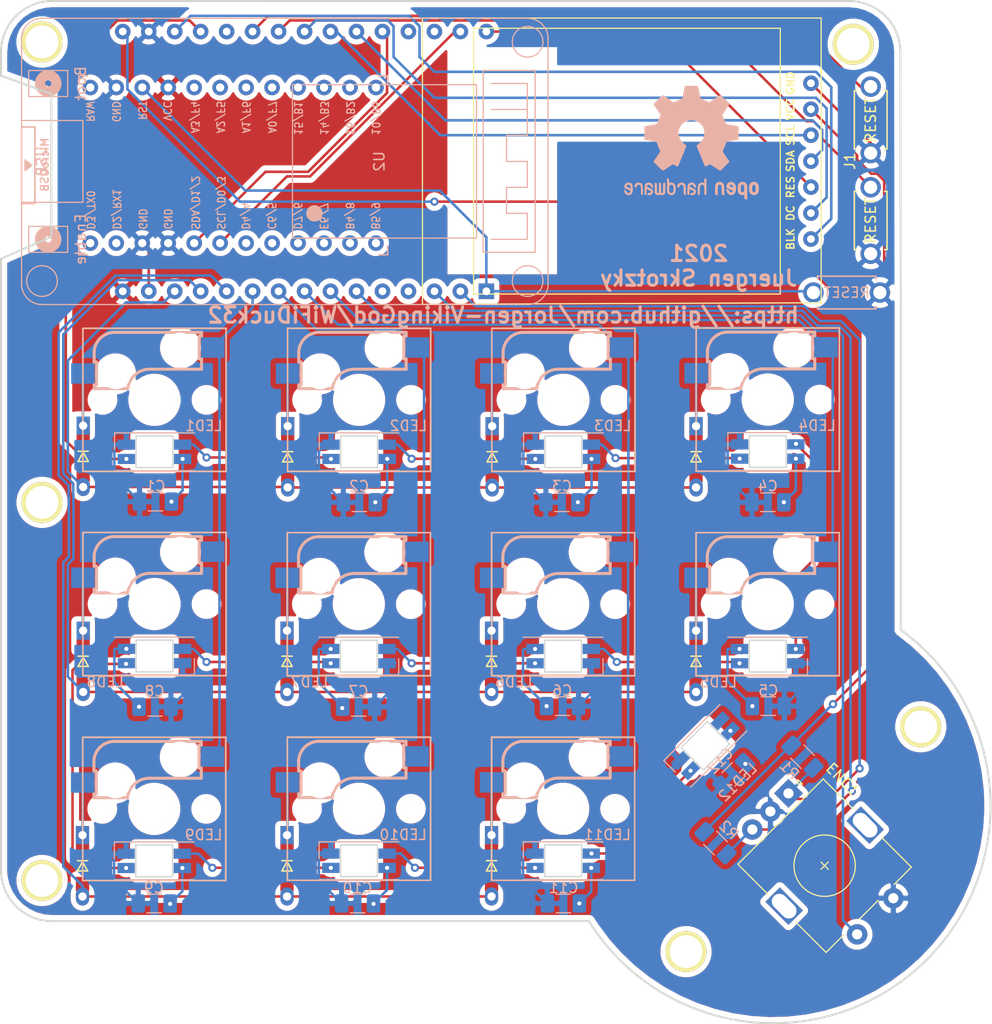
<source format=kicad_pcb>
(kicad_pcb (version 20171130) (host pcbnew 5.1.7-a382d34a8~88~ubuntu20.04.1)
  (title_block (title WiFiDuck32) (date 2021-03-05) (rev 2) (company "Juergen Skrotzky (JorgenVikingGod@gmail.com)") (comment 1 "11key keypad with hot-plug sockets, RGB leds, rotary encoder and TFT display"))
  (layers (0 F.Cu signal) (31 B.Cu signal) (34 B.Paste user) (35 F.Paste user) (36 B.SilkS user) (37 F.SilkS user) (38 B.Mask user) (39 F.Mask user) (44 Edge.Cuts user))
  (net 0 "")
  (net 1 "Net-(D1-Pad1)")
  (net 2 row1)
  (net 3 row2)
  (net 4 "Net-(D2-Pad1)")
  (net 5 row3)
  (net 6 "Net-(D3-Pad1)")
  (net 7 "Net-(D4-Pad1)")
  (net 8 "Net-(D5-Pad1)")
  (net 9 "Net-(D6-Pad1)")
  (net 10 "Net-(D7-Pad1)")
  (net 11 "Net-(D8-Pad1)")
  (net 12 "Net-(D9-Pad1)")
  (net 13 "Net-(D10-Pad1)")
  (net 14 "Net-(D11-Pad1)")
  (net 15 SW)
  (net 16 DT)
  (net 17 CLK)
  (net 18 LED1)
  (net 19 "Net-(LED1-Pad2)")
  (net 20 "Net-(LED2-Pad2)")
  (net 21 "Net-(LED3-Pad2)")
  (net 22 "Net-(LED4-Pad2)")
  (net 23 "Net-(LED5-Pad2)")
  (net 24 "Net-(LED6-Pad2)")
  (net 25 "Net-(LED7-Pad2)")
  (net 26 "Net-(LED8-Pad2)")
  (net 27 "Net-(LED10-Pad4)")
  (net 28 "Net-(LED10-Pad2)")
  (net 29 "Net-(LED11-Pad2)")
  (net 30 "Net-(LED12-Pad2)")
  (net 31 col1)
  (net 32 col2)
  (net 33 col3)
  (net 34 col4)
  (net 35 "Net-(U1-Pad1)")
  (net 36 "Net-(U1-Pad2)")
  (net 37 SDA)
  (net 38 SCL)
  (net 39 "Net-(U1-Pad7)")
  (net 40 "Net-(U1-Pad8)")
  (net 41 "Net-(U1-Pad9)")
  (net 42 "Net-(U1-Pad10)")
  (net 43 "Net-(U1-Pad11)")
  (net 44 "Net-(U1-Pad12)")
  (net 45 "Net-(U1-Pad13)")
  (net 46 "Net-(U1-Pad14)")
  (net 47 "Net-(U1-Pad15)")
  (net 48 "Net-(U1-Pad16)")
  (net 49 "Net-(U1-Pad17)")
  (net 50 "Net-(U1-Pad18)")
  (net 51 "Net-(U1-Pad19)")
  (net 52 "Net-(U1-Pad20)")
  (net 53 GND)
  (net 54 +5V)
  (net 55 +3V3)
  (net 56 "Net-(U1-Pad24)")
  (net 57 RST)
  (net 58 TFT_BL)
  (net 59 BTN1)
  (net 60 BTN2)
  (net 61 TFT_DC)
  (net 62 TFT_SCLK)
  (net 63 TFT_MOSI)
  (net 64 "Net-(U2-Pad27)")
  (net 65 "Net-(U2-Pad28)")
  (net 66 TFT_RST)
  (net 67 "Net-(U2-Pad4)")
  (net 68 "Net-(U2-Pad5)")
  (net 69 "Net-(U2-Pad20)")
  (module kbd:ips_tft_240x240 (layer F.Cu) (at 101.219 35.6616 270)
    (fp_text reference J1 (at 0 -3.81 90) (layer F.SilkS))
    (fp_text value TFT_Conn)
    (fp_text user GND (at -7.62 2 90) (layer F.SilkS) (effects (font (size 0.75 0.75))))
    (fp_text user VCC (at -5.08 2 90) (layer F.SilkS) (effects (font (size 0.75 0.75))))
    (fp_text user SCL (at -2.54 2 90) (layer F.SilkS) (effects (font (size 0.75 0.75))))
    (fp_text user SDA (at 0 2 90) (layer F.SilkS) (effects (font (size 0.75 0.75))))
    (fp_text user RES (at 2.54 2 90) (layer F.SilkS) (effects (font (size 0.75 0.75))))
    (fp_text user DC (at 5.08 2 90) (layer F.SilkS) (effects (font (size 0.75 0.75))))
    (fp_text user BLK (at 7.62 2 90) (layer F.SilkS) (effects (font (size 0.75 0.75))))
    (pad 4 thru_hole circle (at 0 0 270) (size 1.524 1.524) (drill 0.762) (layers *.Cu *.Mask) (net 63 TFT_MOSI))
    (pad 3 thru_hole circle (at -2.54 0 270) (size 1.524 1.524) (drill 0.762) (layers *.Cu *.Mask) (net 62 TFT_SCLK))
    (pad 2 thru_hole circle (at -5.08 0 270) (size 1.524 1.524) (drill 0.762) (layers *.Cu *.Mask) (net 55 +3V3))
    (pad 1 thru_hole circle (at -7.62 0 270) (size 1.524 1.524) (drill 0.762) (layers *.Cu *.Mask) (net 53 GND))
    (pad 5 thru_hole circle (at 2.54 0 270) (size 1.524 1.524) (drill 0.762) (layers *.Cu *.Mask) (net 66 TFT_RST))
    (pad 6 thru_hole circle (at 5.08 0 270) (size 1.524 1.524) (drill 0.762) (layers *.Cu *.Mask) (net 61 TFT_DC))
    (pad 7 thru_hole circle (at 7.62 0 270) (size 1.524 1.524) (drill 0.762) (layers *.Cu *.Mask) (net 58 TFT_BL))
  )
  (module kbd:ProMicro_v3 (layer B.Cu) (at 45.212 36.068 270)
    (fp_text reference U1 hide)
    (fp_text value ProMicro hide)
    (fp_text user "" (at -1.2515 16.256 90) (layer F.SilkS))
    (fp_text user RAW (at -6.35 14.5 270 unlocked) (layer B.SilkS) (effects (font (size 0.75 0.67) (thickness 0.125)) (justify right mirror)))
    (fp_text user GND (at -6.35 11.95 270 unlocked) (layer B.SilkS) (effects (font (size 0.75 0.67) (thickness 0.125)) (justify right mirror)))
    (fp_text user RST (at -6.35 9.4 270 unlocked) (layer B.SilkS) (effects (font (size 0.75 0.67) (thickness 0.125)) (justify right mirror)))
    (fp_text user VCC (at -6.35 6.95 270 unlocked) (layer B.SilkS) (effects (font (size 0.75 0.67) (thickness 0.125)) (justify right mirror)))
    (fp_text user A3/F4 (at -6.35 4.25 270 unlocked) (layer B.SilkS) (effects (font (size 0.75 0.67) (thickness 0.125)) (justify right mirror)))
    (fp_text user A2/F5 (at -6.35 1.75 270 unlocked) (layer B.SilkS) (effects (font (size 0.75 0.67) (thickness 0.125)) (justify right mirror)))
    (fp_text user A1/F6 (at -6.35 -0.75 270 unlocked) (layer B.SilkS) (effects (font (size 0.75 0.67) (thickness 0.125)) (justify right mirror)))
    (fp_text user A0/F7 (at -6.35 -3.3 270 unlocked) (layer B.SilkS) (effects (font (size 0.75 0.67) (thickness 0.125)) (justify right mirror)))
    (fp_text user 15/B1 (at -6.35 -5.85 270 unlocked) (layer B.SilkS) (effects (font (size 0.75 0.67) (thickness 0.125)) (justify right mirror)))
    (fp_text user 14/B3 (at -6.35 -8.4 270 unlocked) (layer B.SilkS) (effects (font (size 0.75 0.67) (thickness 0.125)) (justify right mirror)))
    (fp_text user 10/B6 (at -6.35 -13.45 270 unlocked) (layer B.SilkS) (effects (font (size 0.75 0.67) (thickness 0.125)) (justify right mirror)))
    (fp_text user 16/B2 (at -6.35 -10.95 270 unlocked) (layer B.SilkS) (effects (font (size 0.75 0.67) (thickness 0.125)) (justify right mirror)))
    (fp_text user E6/7 (at 6.35 -8.35 270 unlocked) (layer B.SilkS) (effects (font (size 0.75 0.67) (thickness 0.125)) (justify left mirror)))
    (fp_text user D7/6 (at 6.35 -5.8 270 unlocked) (layer B.SilkS) (effects (font (size 0.75 0.67) (thickness 0.125)) (justify left mirror)))
    (fp_text user GND (at 6.35 9.35 270 unlocked) (layer B.SilkS) (effects (font (size 0.75 0.67) (thickness 0.125)) (justify left mirror)))
    (fp_text user GND (at 6.35 6.9 270 unlocked) (layer B.SilkS) (effects (font (size 0.75 0.67) (thickness 0.125)) (justify left mirror)))
    (fp_text user D3/TX0 (at 6.35 14.45 270 unlocked) (layer B.SilkS) (effects (font (size 0.75 0.67) (thickness 0.125)) (justify left mirror)))
    (fp_text user D4/4 (at 6.35 -0.7 270 unlocked) (layer B.SilkS) (effects (font (size 0.75 0.67) (thickness 0.125)) (justify left mirror)))
    (fp_text user SDA/D1/2 (at 6.35 4.2 270 unlocked) (layer B.SilkS) (effects (font (size 0.75 0.67) (thickness 0.125)) (justify left mirror)))
    (fp_text user SCL/D0/3 (at 6.35 1.7 270 unlocked) (layer B.SilkS) (effects (font (size 0.75 0.67) (thickness 0.125)) (justify left mirror)))
    (fp_text user C6/5 (at 6.35 -3.25 270 unlocked) (layer B.SilkS) (effects (font (size 0.75 0.67) (thickness 0.125)) (justify left mirror)))
    (fp_text user B5/9 (at 6.35 -13.4 270 unlocked) (layer B.SilkS) (effects (font (size 0.75 0.67) (thickness 0.125)) (justify left mirror)))
    (fp_text user D2/RX1 (at 6.35 11.9 270 unlocked) (layer B.SilkS) (effects (font (size 0.75 0.67) (thickness 0.125)) (justify left mirror)))
    (fp_text user B4/8 (at 6.35 -10.9 270 unlocked) (layer B.SilkS) (effects (font (size 0.75 0.67) (thickness 0.125)) (justify left mirror)))
    (fp_text user MicroUSB (at -0.05 18.95 90) (layer B.SilkS) (effects (font (size 0.75 0.75) (thickness 0.12)) (justify mirror)))
    (fp_text user MicroUSB (at -0.05 18.95 90) (layer B.SilkS) (effects (font (size 0.75 0.75) (thickness 0.12)) (justify mirror)))
    (pad 24 thru_hole circle (at -7.6086 14.478 270) (size 1.524 1.524) (drill 0.8128) (layers *.Cu *.Mask) (net 56 "Net-(U1-Pad24)"))
    (pad 23 thru_hole circle (at -7.6086 11.938 270) (size 1.524 1.524) (drill 0.8128) (layers *.Cu *.Mask) (net 53 GND))
    (pad 22 thru_hole circle (at -7.6086 9.398 270) (size 1.524 1.524) (drill 0.8128) (layers *.Cu *.Mask) (net 57 RST))
    (pad 21 thru_hole circle (at -7.6086 6.858 270) (size 1.524 1.524) (drill 0.8128) (layers *.Cu *.Mask) (net 54 +5V))
    (pad 20 thru_hole circle (at -7.6086 4.318 270) (size 1.524 1.524) (drill 0.8128) (layers *.Cu *.Mask) (net 52 "Net-(U1-Pad20)"))
    (pad 19 thru_hole circle (at -7.6086 1.778 270) (size 1.524 1.524) (drill 0.8128) (layers *.Cu *.Mask) (net 51 "Net-(U1-Pad19)"))
    (pad 18 thru_hole circle (at -7.6086 -0.762 270) (size 1.524 1.524) (drill 0.8128) (layers *.Cu *.Mask) (net 50 "Net-(U1-Pad18)"))
    (pad 17 thru_hole circle (at -7.6086 -3.302 270) (size 1.524 1.524) (drill 0.8128) (layers *.Cu *.Mask) (net 49 "Net-(U1-Pad17)"))
    (pad 16 thru_hole circle (at -7.6086 -5.842 270) (size 1.524 1.524) (drill 0.8128) (layers *.Cu *.Mask) (net 48 "Net-(U1-Pad16)"))
    (pad 15 thru_hole circle (at -7.6086 -8.382 270) (size 1.524 1.524) (drill 0.8128) (layers *.Cu *.Mask) (net 47 "Net-(U1-Pad15)"))
    (pad 14 thru_hole circle (at -7.6086 -10.922 270) (size 1.524 1.524) (drill 0.8128) (layers *.Cu *.Mask) (net 46 "Net-(U1-Pad14)"))
    (pad 13 thru_hole circle (at -7.6086 -13.462 270) (size 1.524 1.524) (drill 0.8128) (layers *.Cu *.Mask) (net 45 "Net-(U1-Pad13)"))
    (pad 12 thru_hole circle (at 7.6114 -13.462 270) (size 1.524 1.524) (drill 0.8128) (layers *.Cu *.Mask) (net 44 "Net-(U1-Pad12)"))
    (pad 11 thru_hole circle (at 7.6114 -10.922 270) (size 1.524 1.524) (drill 0.8128) (layers *.Cu *.Mask) (net 43 "Net-(U1-Pad11)"))
    (pad 10 thru_hole circle (at 7.6114 -8.382 270) (size 1.524 1.524) (drill 0.8128) (layers *.Cu *.Mask) (net 42 "Net-(U1-Pad10)"))
    (pad 9 thru_hole circle (at 7.6114 -5.842 270) (size 1.524 1.524) (drill 0.8128) (layers *.Cu *.Mask) (net 41 "Net-(U1-Pad9)"))
    (pad 8 thru_hole circle (at 7.6114 -3.302 270) (size 1.524 1.524) (drill 0.8128) (layers *.Cu *.Mask) (net 40 "Net-(U1-Pad8)"))
    (pad 7 thru_hole circle (at 7.6114 -0.762 270) (size 1.524 1.524) (drill 0.8128) (layers *.Cu *.Mask) (net 39 "Net-(U1-Pad7)"))
    (pad 6 thru_hole circle (at 7.6114 1.778 270) (size 1.524 1.524) (drill 0.8128) (layers *.Cu *.Mask) (net 38 SCL))
    (pad 5 thru_hole circle (at 7.6114 4.318 270) (size 1.524 1.524) (drill 0.8128) (layers *.Cu *.Mask) (net 37 SDA))
    (pad 4 thru_hole circle (at 7.6114 6.858 270) (size 1.524 1.524) (drill 0.8128) (layers *.Cu *.Mask) (net 53 GND))
    (pad 3 thru_hole circle (at 7.6114 9.398 270) (size 1.524 1.524) (drill 0.8128) (layers *.Cu *.Mask) (net 53 GND))
    (pad 2 thru_hole circle (at 7.6114 11.938 270) (size 1.524 1.524) (drill 0.8128) (layers *.Cu *.Mask) (net 36 "Net-(U1-Pad2)"))
    (pad 1 thru_hole circle (at 7.6114 14.478 270) (size 1.524 1.524) (drill 0.8128) (layers *.Cu *.Mask) (net 35 "Net-(U1-Pad1)"))
  )
  (module Symbol:OSHW-Logo2_14.6x12mm_SilkScreen (layer B.Cu) (at 89.535 33.8455 180)
    (fp_text reference REF** hide)
    (fp_text value OSHW-Logo2_14.6x12mm_SilkScreen hide)
  )
  (module kbd:CherryMX_Hotswap_single (layer F.Cu) (at 37.0118 59.0082)
    (fp_text reference SW1 hide)
    (fp_text value SW_PUSH hide)
    (pad 2 smd rect (at 5.7 -5.12 180) (size 2.3 2) (layers B.Cu B.Paste B.Mask) (net 31 col1))
    (pad "" np_thru_hole circle (at -5.08 0) (size 1.9 1.9) (drill 1.9) (layers *.Cu *.Mask F.SilkS))
    (pad "" np_thru_hole circle (at 5.08 0) (size 1.9 1.9) (drill 1.9) (layers *.Cu *.Mask F.SilkS))
    (pad "" np_thru_hole circle (at 0 0 90) (size 4.1 4.1) (drill 4.1) (layers *.Cu *.Mask F.SilkS))
    (pad "" np_thru_hole circle (at 2.54 -5.08 180) (size 3 3) (drill 3) (layers *.Cu *.Mask))
    (pad "" np_thru_hole circle (at -3.81 -2.54 180) (size 3 3) (drill 3) (layers *.Cu *.Mask))
    (pad 1 smd rect (at -7 -2.58 180) (size 2.3 2) (layers B.Cu B.Paste B.Mask) (net 1 "Net-(D1-Pad1)"))
  )
  (module keyboard_parts:HOLE_M3 (layer F.Cu) (at 111.9632 90.9828)
    (fp_text reference HOLE_M3 hide)
    (fp_text value VAL** hide)
    (pad 1 thru_hole circle (at 0 0) (size 4 4) (drill 3.2) (layers *.Cu *.Mask F.SilkS))
  )
  (module keyboard_parts:HOLE_M3 (layer F.Cu) (at 89.0016 112.9792)
    (fp_text reference HOLE_M3 hide)
    (fp_text value VAL** hide)
    (pad 1 thru_hole circle (at 0 0) (size 4 4) (drill 3.2) (layers *.Cu *.Mask F.SilkS))
  )
  (module keyboard_parts:HOLE_M3 (layer F.Cu) (at 26.0096 106.0196)
    (fp_text reference HOLE_M3 hide)
    (fp_text value VAL** hide)
    (pad 1 thru_hole circle (at 0 0) (size 4 4) (drill 3.2) (layers *.Cu *.Mask F.SilkS))
  )
  (module keyboard_parts:HOLE_M3 (layer F.Cu) (at 26.0096 69.0372)
    (fp_text reference HOLE_M3 hide)
    (fp_text value VAL** hide)
    (pad 1 thru_hole circle (at 0 0) (size 4 4) (drill 3.2) (layers *.Cu *.Mask F.SilkS))
  )
  (module keyboard_parts:HOLE_M3 (layer F.Cu) (at 26.0096 24.003)
    (fp_text reference HOLE_M3 hide)
    (fp_text value VAL** hide)
    (pad 1 thru_hole circle (at 0 0) (size 4 4) (drill 3.2) (layers *.Cu *.Mask F.SilkS))
  )
  (module keyboard_parts:HOLE_M3 (layer F.Cu) (at 105.3592 24.2316)
    (fp_text reference HOLE_M3 hide)
    (fp_text value VAL** hide)
    (pad 1 thru_hole circle (at 0 0) (size 4 4) (drill 3.2) (layers *.Cu *.Mask F.SilkS))
  )
  (module kbd:D3_TH_SMD_v2 (layer F.Cu) (at 30.0355 64.5315 270)
    (fp_text reference D1 hide)
    (fp_text value DIODE hide)
    (pad 1 thru_hole rect (at -3 0 270) (size 1.778 1.3) (drill 0.8128) (layers *.Cu B.Mask) (net 1 "Net-(D1-Pad1)"))
    (pad 2 thru_hole oval (at 3 0 270) (size 1.778 1.3) (drill 0.8128) (layers *.Cu B.Mask) (net 2 row1))
    (pad 1 smd rect (at -1.775 0 90) (size 1.4 1.3) (layers F.Cu F.Paste F.Mask) (net 1 "Net-(D1-Pad1)"))
    (pad 2 smd rect (at 1.775 0 90) (size 1.4 1.3) (layers F.Cu F.Paste F.Mask) (net 2 row1))
  )
  (module kbd:D3_TH_SMD_v2 (layer F.Cu) (at 30.0355 84.579 270)
    (fp_text reference D5 hide)
    (fp_text value DIODE hide)
    (pad 2 smd rect (at 1.775 0 90) (size 1.4 1.3) (layers F.Cu F.Paste F.Mask) (net 3 row2))
    (pad 1 smd rect (at -1.775 0 90) (size 1.4 1.3) (layers F.Cu F.Paste F.Mask) (net 8 "Net-(D5-Pad1)"))
    (pad 2 thru_hole oval (at 3 0 270) (size 1.778 1.3) (drill 0.8128) (layers *.Cu B.Mask) (net 3 row2))
    (pad 1 thru_hole rect (at -3 0 270) (size 1.778 1.3) (drill 0.8128) (layers *.Cu B.Mask) (net 8 "Net-(D5-Pad1)"))
  )
  (module kbd:D3_TH_SMD_v2 (layer F.Cu) (at 29.972 104.5845 270)
    (fp_text reference D9 hide)
    (fp_text value DIODE hide)
    (pad 2 smd rect (at 1.775 0 90) (size 1.4 1.3) (layers F.Cu F.Paste F.Mask) (net 5 row3))
    (pad 1 smd rect (at -1.775 0 90) (size 1.4 1.3) (layers F.Cu F.Paste F.Mask) (net 12 "Net-(D9-Pad1)"))
    (pad 2 thru_hole oval (at 3 0 270) (size 1.778 1.3) (drill 0.8128) (layers *.Cu B.Mask) (net 5 row3))
    (pad 1 thru_hole rect (at -3 0 270) (size 1.778 1.3) (drill 0.8128) (layers *.Cu B.Mask) (net 12 "Net-(D9-Pad1)"))
  )
  (module kbd:D3_TH_SMD_v2 (layer F.Cu) (at 50.038 64.5765 270)
    (fp_text reference D2 hide)
    (fp_text value DIODE hide)
    (pad 1 thru_hole rect (at -3 0 270) (size 1.778 1.3) (drill 0.8128) (layers *.Cu B.Mask) (net 4 "Net-(D2-Pad1)"))
    (pad 2 thru_hole oval (at 3 0 270) (size 1.778 1.3) (drill 0.8128) (layers *.Cu B.Mask) (net 2 row1))
    (pad 1 smd rect (at -1.775 0 90) (size 1.4 1.3) (layers F.Cu F.Paste F.Mask) (net 4 "Net-(D2-Pad1)"))
    (pad 2 smd rect (at 1.775 0 90) (size 1.4 1.3) (layers F.Cu F.Paste F.Mask) (net 2 row1))
  )
  (module kbd:D3_TH_SMD_v2 (layer F.Cu) (at 49.9745 84.579 270)
    (fp_text reference D6 hide)
    (fp_text value DIODE hide)
    (pad 1 thru_hole rect (at -3 0 270) (size 1.778 1.3) (drill 0.8128) (layers *.Cu B.Mask) (net 9 "Net-(D6-Pad1)"))
    (pad 2 thru_hole oval (at 3 0 270) (size 1.778 1.3) (drill 0.8128) (layers *.Cu B.Mask) (net 3 row2))
    (pad 1 smd rect (at -1.775 0 90) (size 1.4 1.3) (layers F.Cu F.Paste F.Mask) (net 9 "Net-(D6-Pad1)"))
    (pad 2 smd rect (at 1.775 0 90) (size 1.4 1.3) (layers F.Cu F.Paste F.Mask) (net 3 row2))
  )
  (module kbd:D3_TH_SMD_v2 (layer F.Cu) (at 49.9745 104.5845 270)
    (fp_text reference D10 hide)
    (fp_text value DIODE hide)
    (pad 1 thru_hole rect (at -3 0 270) (size 1.778 1.3) (drill 0.8128) (layers *.Cu B.Mask) (net 13 "Net-(D10-Pad1)"))
    (pad 2 thru_hole oval (at 3 0 270) (size 1.778 1.3) (drill 0.8128) (layers *.Cu B.Mask) (net 5 row3))
    (pad 1 smd rect (at -1.775 0 90) (size 1.4 1.3) (layers F.Cu F.Paste F.Mask) (net 13 "Net-(D10-Pad1)"))
    (pad 2 smd rect (at 1.775 0 90) (size 1.4 1.3) (layers F.Cu F.Paste F.Mask) (net 5 row3))
  )
  (module kbd:D3_TH_SMD_v2 (layer F.Cu) (at 70.0405 64.5795 270)
    (fp_text reference D3 hide)
    (fp_text value DIODE hide)
    (pad 2 smd rect (at 1.775 0 90) (size 1.4 1.3) (layers F.Cu F.Paste F.Mask) (net 2 row1))
    (pad 1 smd rect (at -1.775 0 90) (size 1.4 1.3) (layers F.Cu F.Paste F.Mask) (net 6 "Net-(D3-Pad1)"))
    (pad 2 thru_hole oval (at 3 0 270) (size 1.778 1.3) (drill 0.8128) (layers *.Cu B.Mask) (net 2 row1))
    (pad 1 thru_hole rect (at -3 0 270) (size 1.778 1.3) (drill 0.8128) (layers *.Cu B.Mask) (net 6 "Net-(D3-Pad1)"))
  )
  (module kbd:D3_TH_SMD_v2 (layer F.Cu) (at 69.977 84.579 270)
    (fp_text reference D7 hide)
    (fp_text value DIODE hide)
    (pad 2 smd rect (at 1.775 0 90) (size 1.4 1.3) (layers F.Cu F.Paste F.Mask) (net 3 row2))
    (pad 1 smd rect (at -1.775 0 90) (size 1.4 1.3) (layers F.Cu F.Paste F.Mask) (net 10 "Net-(D7-Pad1)"))
    (pad 2 thru_hole oval (at 3 0 270) (size 1.778 1.3) (drill 0.8128) (layers *.Cu B.Mask) (net 3 row2))
    (pad 1 thru_hole rect (at -3 0 270) (size 1.778 1.3) (drill 0.8128) (layers *.Cu B.Mask) (net 10 "Net-(D7-Pad1)"))
  )
  (module kbd:D3_TH_SMD_v2 (layer F.Cu) (at 69.977 104.5815 270)
    (fp_text reference D11 hide)
    (fp_text value DIODE hide)
    (pad 2 smd rect (at 1.775 0 90) (size 1.4 1.3) (layers F.Cu F.Paste F.Mask) (net 5 row3))
    (pad 1 smd rect (at -1.775 0 90) (size 1.4 1.3) (layers F.Cu F.Paste F.Mask) (net 14 "Net-(D11-Pad1)"))
    (pad 2 thru_hole oval (at 3 0 270) (size 1.778 1.3) (drill 0.8128) (layers *.Cu B.Mask) (net 5 row3))
    (pad 1 thru_hole rect (at -3 0 270) (size 1.778 1.3) (drill 0.8128) (layers *.Cu B.Mask) (net 14 "Net-(D11-Pad1)"))
  )
  (module kbd:D3_TH_SMD_v2 (layer F.Cu) (at 89.9795 64.5765 270)
    (fp_text reference D4 hide)
    (fp_text value DIODE hide)
    (pad 1 thru_hole rect (at -3 0 270) (size 1.778 1.3) (drill 0.8128) (layers *.Cu B.Mask) (net 7 "Net-(D4-Pad1)"))
    (pad 2 thru_hole oval (at 3 0 270) (size 1.778 1.3) (drill 0.8128) (layers *.Cu B.Mask) (net 2 row1))
    (pad 1 smd rect (at -1.775 0 90) (size 1.4 1.3) (layers F.Cu F.Paste F.Mask) (net 7 "Net-(D4-Pad1)"))
    (pad 2 smd rect (at 1.775 0 90) (size 1.4 1.3) (layers F.Cu F.Paste F.Mask) (net 2 row1))
  )
  (module kbd:D3_TH_SMD_v2 (layer F.Cu) (at 89.9795 84.579 270)
    (fp_text reference D8 hide)
    (fp_text value DIODE hide)
    (pad 1 thru_hole rect (at -3 0 270) (size 1.778 1.3) (drill 0.8128) (layers *.Cu B.Mask) (net 11 "Net-(D8-Pad1)"))
    (pad 2 thru_hole oval (at 3 0 270) (size 1.778 1.3) (drill 0.8128) (layers *.Cu B.Mask) (net 3 row2))
    (pad 1 smd rect (at -1.775 0 90) (size 1.4 1.3) (layers F.Cu F.Paste F.Mask) (net 11 "Net-(D8-Pad1)"))
    (pad 2 smd rect (at 1.775 0 90) (size 1.4 1.3) (layers F.Cu F.Paste F.Mask) (net 3 row2))
  )
  (module Rotary_Encoder:RotaryEncoder_Alps_EC11E-Switch_Vertical_H20mm (layer F.Cu) (at 99.0219 97.4979 315)
    (fp_text reference ENC1 (at 2.8 -4.7 135) (layer F.SilkS))
    (fp_text value Rotary_Encoder_Switch)
    (pad S1 thru_hole circle (at 14.5 5 315) (size 2 2) (drill 1) (layers *.Cu *.Mask) (net 15 SW))
    (pad S2 thru_hole circle (at 14.5 0 315) (size 2 2) (drill 1) (layers *.Cu *.Mask) (net 53 GND))
    (pad MP thru_hole rect (at 7.5 8.1 315) (size 3.2 2) (drill oval 2.8 1.5) (layers *.Cu *.Mask))
    (pad MP thru_hole rect (at 7.5 -3.1 315) (size 3.2 2) (drill oval 2.8 1.5) (layers *.Cu *.Mask))
    (pad B thru_hole circle (at 0 5 315) (size 2 2) (drill 1) (layers *.Cu *.Mask) (net 16 DT))
    (pad C thru_hole circle (at 0 2.5 315) (size 2 2) (drill 1) (layers *.Cu *.Mask) (net 53 GND))
    (pad A thru_hole rect (at 0 0 315) (size 2 2) (drill 1) (layers *.Cu *.Mask) (net 17 CLK))
  )
  (module kbd:YS-SK6812MINI-E (layer B.Cu) (at 37.0118 64.0882)
    (fp_text reference LED1 (at 4.826 -2.54) (layer B.SilkS) (effects (justify mirror)))
    (fp_text value YS-SK6812MINI-E)
    (fp_line (start 1.8 1.55) (end -1.8 1.55) (layer Edge.Cuts) (width 0.12))
    (fp_line (start 1.8 -1.55) (end 1.8 1.55) (layer Edge.Cuts) (width 0.12))
    (fp_line (start -1.8 -1.55) (end 1.8 -1.55) (layer Edge.Cuts) (width 0.12))
    (fp_line (start -1.8 1.55) (end -1.8 -1.55) (layer Edge.Cuts) (width 0.12))
    (pad 4 smd rect (at -2.75 0.7) (size 1.7 1) (layers B.Cu B.Paste B.Mask) (net 18 LED1))
    (pad 3 smd rect (at -2.75 -0.7) (size 1.7 1) (layers B.Cu B.Paste B.Mask) (net 53 GND))
    (pad 1 smd rect (at 2.75 0.7) (size 1.7 1) (layers B.Cu B.Paste B.Mask) (net 54 +5V))
    (pad 2 smd rect (at 2.75 -0.7) (size 1.7 1) (layers B.Cu B.Paste B.Mask) (net 19 "Net-(LED1-Pad2)"))
  )
  (module kbd:YS-SK6812MINI-E (layer B.Cu) (at 57.023 64.0882)
    (fp_text reference LED2 (at 4.826 -2.54) (layer B.SilkS) (effects (justify mirror)))
    (fp_text value YS-SK6812MINI-E)
    (fp_line (start -1.8 1.55) (end -1.8 -1.55) (layer Edge.Cuts) (width 0.12))
    (fp_line (start -1.8 -1.55) (end 1.8 -1.55) (layer Edge.Cuts) (width 0.12))
    (fp_line (start 1.8 -1.55) (end 1.8 1.55) (layer Edge.Cuts) (width 0.12))
    (fp_line (start 1.8 1.55) (end -1.8 1.55) (layer Edge.Cuts) (width 0.12))
    (pad 2 smd rect (at 2.75 -0.7) (size 1.7 1) (layers B.Cu B.Paste B.Mask) (net 20 "Net-(LED2-Pad2)"))
    (pad 1 smd rect (at 2.75 0.7) (size 1.7 1) (layers B.Cu B.Paste B.Mask) (net 54 +5V))
    (pad 3 smd rect (at -2.75 -0.7) (size 1.7 1) (layers B.Cu B.Paste B.Mask) (net 53 GND))
    (pad 4 smd rect (at -2.75 0.7) (size 1.7 1) (layers B.Cu B.Paste B.Mask) (net 19 "Net-(LED1-Pad2)"))
  )
  (module kbd:YS-SK6812MINI-E (layer B.Cu) (at 77.0088 64.0882)
    (fp_text reference LED3 (at 4.826 -2.54) (layer B.SilkS) (effects (justify mirror)))
    (fp_text value YS-SK6812MINI-E)
    (fp_line (start 1.8 1.55) (end -1.8 1.55) (layer Edge.Cuts) (width 0.12))
    (fp_line (start 1.8 -1.55) (end 1.8 1.55) (layer Edge.Cuts) (width 0.12))
    (fp_line (start -1.8 -1.55) (end 1.8 -1.55) (layer Edge.Cuts) (width 0.12))
    (fp_line (start -1.8 1.55) (end -1.8 -1.55) (layer Edge.Cuts) (width 0.12))
    (pad 4 smd rect (at -2.75 0.7) (size 1.7 1) (layers B.Cu B.Paste B.Mask) (net 20 "Net-(LED2-Pad2)"))
    (pad 3 smd rect (at -2.75 -0.7) (size 1.7 1) (layers B.Cu B.Paste B.Mask) (net 53 GND))
    (pad 1 smd rect (at 2.75 0.7) (size 1.7 1) (layers B.Cu B.Paste B.Mask) (net 54 +5V))
    (pad 2 smd rect (at 2.75 -0.7) (size 1.7 1) (layers B.Cu B.Paste B.Mask) (net 21 "Net-(LED3-Pad2)"))
  )
  (module kbd:YS-SK6812MINI-E (layer B.Cu) (at 96.9946 64.0628)
    (fp_text reference LED4 (at 4.826 -2.54) (layer B.SilkS) (effects (justify mirror)))
    (fp_text value YS-SK6812MINI-E)
    (fp_line (start -1.8 1.55) (end -1.8 -1.55) (layer Edge.Cuts) (width 0.12))
    (fp_line (start -1.8 -1.55) (end 1.8 -1.55) (layer Edge.Cuts) (width 0.12))
    (fp_line (start 1.8 -1.55) (end 1.8 1.55) (layer Edge.Cuts) (width 0.12))
    (fp_line (start 1.8 1.55) (end -1.8 1.55) (layer Edge.Cuts) (width 0.12))
    (pad 2 smd rect (at 2.75 -0.7) (size 1.7 1) (layers B.Cu B.Paste B.Mask) (net 22 "Net-(LED4-Pad2)"))
    (pad 1 smd rect (at 2.75 0.7) (size 1.7 1) (layers B.Cu B.Paste B.Mask) (net 54 +5V))
    (pad 3 smd rect (at -2.75 -0.7) (size 1.7 1) (layers B.Cu B.Paste B.Mask) (net 53 GND))
    (pad 4 smd rect (at -2.75 0.7) (size 1.7 1) (layers B.Cu B.Paste B.Mask) (net 21 "Net-(LED3-Pad2)"))
  )
  (module kbd:YS-SK6812MINI-E (layer B.Cu) (at 96.9819 84.074 180)
    (fp_text reference LED5 (at 4.826 -2.54) (layer B.SilkS) (effects (justify mirror)))
    (fp_text value YS-SK6812MINI-E)
    (fp_line (start 1.8 1.55) (end -1.8 1.55) (layer Edge.Cuts) (width 0.12))
    (fp_line (start 1.8 -1.55) (end 1.8 1.55) (layer Edge.Cuts) (width 0.12))
    (fp_line (start -1.8 -1.55) (end 1.8 -1.55) (layer Edge.Cuts) (width 0.12))
    (fp_line (start -1.8 1.55) (end -1.8 -1.55) (layer Edge.Cuts) (width 0.12))
    (pad 4 smd rect (at -2.75 0.7 180) (size 1.7 1) (layers B.Cu B.Paste B.Mask) (net 22 "Net-(LED4-Pad2)"))
    (pad 3 smd rect (at -2.75 -0.7 180) (size 1.7 1) (layers B.Cu B.Paste B.Mask) (net 53 GND))
    (pad 1 smd rect (at 2.75 0.7 180) (size 1.7 1) (layers B.Cu B.Paste B.Mask) (net 54 +5V))
    (pad 2 smd rect (at 2.75 -0.7 180) (size 1.7 1) (layers B.Cu B.Paste B.Mask) (net 23 "Net-(LED5-Pad2)"))
  )
  (module kbd:YS-SK6812MINI-E (layer B.Cu) (at 76.9834 84.074 180)
    (fp_text reference LED6 (at 4.826 -2.54) (layer B.SilkS) (effects (justify mirror)))
    (fp_text value YS-SK6812MINI-E)
    (fp_line (start -1.8 1.55) (end -1.8 -1.55) (layer Edge.Cuts) (width 0.12))
    (fp_line (start -1.8 -1.55) (end 1.8 -1.55) (layer Edge.Cuts) (width 0.12))
    (fp_line (start 1.8 -1.55) (end 1.8 1.55) (layer Edge.Cuts) (width 0.12))
    (fp_line (start 1.8 1.55) (end -1.8 1.55) (layer Edge.Cuts) (width 0.12))
    (pad 2 smd rect (at 2.75 -0.7 180) (size 1.7 1) (layers B.Cu B.Paste B.Mask) (net 24 "Net-(LED6-Pad2)"))
    (pad 1 smd rect (at 2.75 0.7 180) (size 1.7 1) (layers B.Cu B.Paste B.Mask) (net 54 +5V))
    (pad 3 smd rect (at -2.75 -0.7 180) (size 1.7 1) (layers B.Cu B.Paste B.Mask) (net 53 GND))
    (pad 4 smd rect (at -2.75 0.7 180) (size 1.7 1) (layers B.Cu B.Paste B.Mask) (net 23 "Net-(LED5-Pad2)"))
  )
  (module kbd:YS-SK6812MINI-E (layer B.Cu) (at 56.9976 84.074 180)
    (fp_text reference LED7 (at 4.826 -2.54) (layer B.SilkS) (effects (justify mirror)))
    (fp_text value YS-SK6812MINI-E)
    (fp_line (start 1.8 1.55) (end -1.8 1.55) (layer Edge.Cuts) (width 0.12))
    (fp_line (start 1.8 -1.55) (end 1.8 1.55) (layer Edge.Cuts) (width 0.12))
    (fp_line (start -1.8 -1.55) (end 1.8 -1.55) (layer Edge.Cuts) (width 0.12))
    (fp_line (start -1.8 1.55) (end -1.8 -1.55) (layer Edge.Cuts) (width 0.12))
    (pad 4 smd rect (at -2.75 0.7 180) (size 1.7 1) (layers B.Cu B.Paste B.Mask) (net 24 "Net-(LED6-Pad2)"))
    (pad 3 smd rect (at -2.75 -0.7 180) (size 1.7 1) (layers B.Cu B.Paste B.Mask) (net 53 GND))
    (pad 1 smd rect (at 2.75 0.7 180) (size 1.7 1) (layers B.Cu B.Paste B.Mask) (net 54 +5V))
    (pad 2 smd rect (at 2.75 -0.7 180) (size 1.7 1) (layers B.Cu B.Paste B.Mask) (net 25 "Net-(LED7-Pad2)"))
  )
  (module kbd:YS-SK6812MINI-E (layer B.Cu) (at 37.0118 84.0613 180)
    (fp_text reference LED8 (at 4.826 -2.54) (layer B.SilkS) (effects (justify mirror)))
    (fp_text value YS-SK6812MINI-E)
    (fp_line (start -1.8 1.55) (end -1.8 -1.55) (layer Edge.Cuts) (width 0.12))
    (fp_line (start -1.8 -1.55) (end 1.8 -1.55) (layer Edge.Cuts) (width 0.12))
    (fp_line (start 1.8 -1.55) (end 1.8 1.55) (layer Edge.Cuts) (width 0.12))
    (fp_line (start 1.8 1.55) (end -1.8 1.55) (layer Edge.Cuts) (width 0.12))
    (pad 2 smd rect (at 2.75 -0.7 180) (size 1.7 1) (layers B.Cu B.Paste B.Mask) (net 26 "Net-(LED8-Pad2)"))
    (pad 1 smd rect (at 2.75 0.7 180) (size 1.7 1) (layers B.Cu B.Paste B.Mask) (net 54 +5V))
    (pad 3 smd rect (at -2.75 -0.7 180) (size 1.7 1) (layers B.Cu B.Paste B.Mask) (net 53 GND))
    (pad 4 smd rect (at -2.75 0.7 180) (size 1.7 1) (layers B.Cu B.Paste B.Mask) (net 25 "Net-(LED7-Pad2)"))
  )
  (module kbd:YS-SK6812MINI-E (layer B.Cu) (at 36.9864 104.0979)
    (fp_text reference LED9 (at 4.826 -2.54) (layer B.SilkS) (effects (justify mirror)))
    (fp_text value YS-SK6812MINI-E)
    (fp_line (start 1.8 1.55) (end -1.8 1.55) (layer Edge.Cuts) (width 0.12))
    (fp_line (start 1.8 -1.55) (end 1.8 1.55) (layer Edge.Cuts) (width 0.12))
    (fp_line (start -1.8 -1.55) (end 1.8 -1.55) (layer Edge.Cuts) (width 0.12))
    (fp_line (start -1.8 1.55) (end -1.8 -1.55) (layer Edge.Cuts) (width 0.12))
    (pad 4 smd rect (at -2.75 0.7) (size 1.7 1) (layers B.Cu B.Paste B.Mask) (net 26 "Net-(LED8-Pad2)"))
    (pad 3 smd rect (at -2.75 -0.7) (size 1.7 1) (layers B.Cu B.Paste B.Mask) (net 53 GND))
    (pad 1 smd rect (at 2.75 0.7) (size 1.7 1) (layers B.Cu B.Paste B.Mask) (net 54 +5V))
    (pad 2 smd rect (at 2.75 -0.7) (size 1.7 1) (layers B.Cu B.Paste B.Mask) (net 27 "Net-(LED10-Pad4)"))
  )
  (module kbd:YS-SK6812MINI-E (layer B.Cu) (at 57.0103 104.0852)
    (fp_text reference LED10 (at 4.318 -2.54) (layer B.SilkS) (effects (justify mirror)))
    (fp_text value YS-SK6812MINI-E)
    (fp_line (start -1.8 1.55) (end -1.8 -1.55) (layer Edge.Cuts) (width 0.12))
    (fp_line (start -1.8 -1.55) (end 1.8 -1.55) (layer Edge.Cuts) (width 0.12))
    (fp_line (start 1.8 -1.55) (end 1.8 1.55) (layer Edge.Cuts) (width 0.12))
    (fp_line (start 1.8 1.55) (end -1.8 1.55) (layer Edge.Cuts) (width 0.12))
    (pad 2 smd rect (at 2.75 -0.7) (size 1.7 1) (layers B.Cu B.Paste B.Mask) (net 28 "Net-(LED10-Pad2)"))
    (pad 1 smd rect (at 2.75 0.7) (size 1.7 1) (layers B.Cu B.Paste B.Mask) (net 54 +5V))
    (pad 3 smd rect (at -2.75 -0.7) (size 1.7 1) (layers B.Cu B.Paste B.Mask) (net 53 GND))
    (pad 4 smd rect (at -2.75 0.7) (size 1.7 1) (layers B.Cu B.Paste B.Mask) (net 27 "Net-(LED10-Pad4)"))
  )
  (module kbd:YS-SK6812MINI-E (layer B.Cu) (at 76.9834 104.0852)
    (fp_text reference LED11 (at 4.318 -2.54) (layer B.SilkS) (effects (justify mirror)))
    (fp_text value YS-SK6812MINI-E)
    (fp_line (start 1.8 1.55) (end -1.8 1.55) (layer Edge.Cuts) (width 0.12))
    (fp_line (start 1.8 -1.55) (end 1.8 1.55) (layer Edge.Cuts) (width 0.12))
    (fp_line (start -1.8 -1.55) (end 1.8 -1.55) (layer Edge.Cuts) (width 0.12))
    (fp_line (start -1.8 1.55) (end -1.8 -1.55) (layer Edge.Cuts) (width 0.12))
    (pad 4 smd rect (at -2.75 0.7) (size 1.7 1) (layers B.Cu B.Paste B.Mask) (net 28 "Net-(LED10-Pad2)"))
    (pad 3 smd rect (at -2.75 -0.7) (size 1.7 1) (layers B.Cu B.Paste B.Mask) (net 53 GND))
    (pad 1 smd rect (at 2.75 0.7) (size 1.7 1) (layers B.Cu B.Paste B.Mask) (net 54 +5V))
    (pad 2 smd rect (at 2.75 -0.7) (size 1.7 1) (layers B.Cu B.Paste B.Mask) (net 29 "Net-(LED11-Pad2)"))
  )
  (module Resistor_SMD:R_1206_3216Metric_Pad1.30x1.75mm_HandSolder (layer B.Cu) (at 100.3935 93.9165 315)
    (fp_text reference R1 (at 0 1.82 315) (layer B.SilkS) (effects (justify mirror)))
    (fp_text value 10k)
    (pad 2 smd roundrect (at 1.55 0 315) (size 1.3 1.75) (layers B.Cu B.Paste B.Mask) (roundrect_rratio 0.1923069230769231) (net 17 CLK))
    (pad 1 smd roundrect (at -1.55 0 315) (size 1.3 1.75) (layers B.Cu B.Paste B.Mask) (roundrect_rratio 0.1923069230769231) (net 55 +3V3))
  )
  (module Resistor_SMD:R_1206_3216Metric_Pad1.30x1.75mm_HandSolder (layer B.Cu) (at 91.8845 102.362 135)
    (fp_text reference R2 (at 0 1.82 315) (layer B.SilkS) (effects (justify mirror)))
    (fp_text value 10k)
    (pad 1 smd roundrect (at -1.55 0 135) (size 1.3 1.75) (layers B.Cu B.Paste B.Mask) (roundrect_rratio 0.1923069230769231) (net 16 DT))
    (pad 2 smd roundrect (at 1.55 0 135) (size 1.3 1.75) (layers B.Cu B.Paste B.Mask) (roundrect_rratio 0.1923069230769231) (net 55 +3V3))
  )
  (module kbd:CherryMX_Hotswap_single (layer F.Cu) (at 57.023 59.0082)
    (fp_text reference SW2 hide)
    (fp_text value SW_PUSH hide)
    (pad 1 smd rect (at -7 -2.58 180) (size 2.3 2) (layers B.Cu B.Paste B.Mask) (net 4 "Net-(D2-Pad1)"))
    (pad "" np_thru_hole circle (at -3.81 -2.54 180) (size 3 3) (drill 3) (layers *.Cu *.Mask))
    (pad "" np_thru_hole circle (at 2.54 -5.08 180) (size 3 3) (drill 3) (layers *.Cu *.Mask))
    (pad "" np_thru_hole circle (at 0 0 90) (size 4.1 4.1) (drill 4.1) (layers *.Cu *.Mask F.SilkS))
    (pad "" np_thru_hole circle (at 5.08 0) (size 1.9 1.9) (drill 1.9) (layers *.Cu *.Mask F.SilkS))
    (pad "" np_thru_hole circle (at -5.08 0) (size 1.9 1.9) (drill 1.9) (layers *.Cu *.Mask F.SilkS))
    (pad 2 smd rect (at 5.7 -5.12 180) (size 2.3 2) (layers B.Cu B.Paste B.Mask) (net 32 col2))
  )
  (module kbd:CherryMX_Hotswap_single (layer F.Cu) (at 77.0088 59.0082)
    (fp_text reference SW3 hide)
    (fp_text value SW_PUSH hide)
    (pad 1 smd rect (at -7 -2.58 180) (size 2.3 2) (layers B.Cu B.Paste B.Mask) (net 6 "Net-(D3-Pad1)"))
    (pad "" np_thru_hole circle (at -3.81 -2.54 180) (size 3 3) (drill 3) (layers *.Cu *.Mask))
    (pad "" np_thru_hole circle (at 2.54 -5.08 180) (size 3 3) (drill 3) (layers *.Cu *.Mask))
    (pad "" np_thru_hole circle (at 0 0 90) (size 4.1 4.1) (drill 4.1) (layers *.Cu *.Mask F.SilkS))
    (pad "" np_thru_hole circle (at 5.08 0) (size 1.9 1.9) (drill 1.9) (layers *.Cu *.Mask F.SilkS))
    (pad "" np_thru_hole circle (at -5.08 0) (size 1.9 1.9) (drill 1.9) (layers *.Cu *.Mask F.SilkS))
    (pad 2 smd rect (at 5.7 -5.12 180) (size 2.3 2) (layers B.Cu B.Paste B.Mask) (net 33 col3))
  )
  (module kbd:CherryMX_Hotswap_single (layer F.Cu) (at 96.9946 58.9828)
    (fp_text reference SW4 hide)
    (fp_text value SW_PUSH hide)
    (pad 1 smd rect (at -7 -2.58 180) (size 2.3 2) (layers B.Cu B.Paste B.Mask) (net 7 "Net-(D4-Pad1)"))
    (pad "" np_thru_hole circle (at -3.81 -2.54 180) (size 3 3) (drill 3) (layers *.Cu *.Mask))
    (pad "" np_thru_hole circle (at 2.54 -5.08 180) (size 3 3) (drill 3) (layers *.Cu *.Mask))
    (pad "" np_thru_hole circle (at 0 0 90) (size 4.1 4.1) (drill 4.1) (layers *.Cu *.Mask F.SilkS))
    (pad "" np_thru_hole circle (at 5.08 0) (size 1.9 1.9) (drill 1.9) (layers *.Cu *.Mask F.SilkS))
    (pad "" np_thru_hole circle (at -5.08 0) (size 1.9 1.9) (drill 1.9) (layers *.Cu *.Mask F.SilkS))
    (pad 2 smd rect (at 5.7 -5.12 180) (size 2.3 2) (layers B.Cu B.Paste B.Mask) (net 34 col4))
  )
  (module kbd:CherryMX_Hotswap_single (layer F.Cu) (at 37.0118 78.9813)
    (fp_text reference SW5 hide)
    (fp_text value SW_PUSH hide)
    (pad 1 smd rect (at -7 -2.58 180) (size 2.3 2) (layers B.Cu B.Paste B.Mask) (net 8 "Net-(D5-Pad1)"))
    (pad "" np_thru_hole circle (at -3.81 -2.54 180) (size 3 3) (drill 3) (layers *.Cu *.Mask))
    (pad "" np_thru_hole circle (at 2.54 -5.08 180) (size 3 3) (drill 3) (layers *.Cu *.Mask))
    (pad "" np_thru_hole circle (at 0 0 90) (size 4.1 4.1) (drill 4.1) (layers *.Cu *.Mask F.SilkS))
    (pad "" np_thru_hole circle (at 5.08 0) (size 1.9 1.9) (drill 1.9) (layers *.Cu *.Mask F.SilkS))
    (pad "" np_thru_hole circle (at -5.08 0) (size 1.9 1.9) (drill 1.9) (layers *.Cu *.Mask F.SilkS))
    (pad 2 smd rect (at 5.7 -5.12 180) (size 2.3 2) (layers B.Cu B.Paste B.Mask) (net 31 col1))
  )
  (module kbd:CherryMX_Hotswap_single (layer F.Cu) (at 56.9976 78.994)
    (fp_text reference SW6 hide)
    (fp_text value SW_PUSH hide)
    (pad 1 smd rect (at -7 -2.58 180) (size 2.3 2) (layers B.Cu B.Paste B.Mask) (net 9 "Net-(D6-Pad1)"))
    (pad "" np_thru_hole circle (at -3.81 -2.54 180) (size 3 3) (drill 3) (layers *.Cu *.Mask))
    (pad "" np_thru_hole circle (at 2.54 -5.08 180) (size 3 3) (drill 3) (layers *.Cu *.Mask))
    (pad "" np_thru_hole circle (at 0 0 90) (size 4.1 4.1) (drill 4.1) (layers *.Cu *.Mask F.SilkS))
    (pad "" np_thru_hole circle (at 5.08 0) (size 1.9 1.9) (drill 1.9) (layers *.Cu *.Mask F.SilkS))
    (pad "" np_thru_hole circle (at -5.08 0) (size 1.9 1.9) (drill 1.9) (layers *.Cu *.Mask F.SilkS))
    (pad 2 smd rect (at 5.7 -5.12 180) (size 2.3 2) (layers B.Cu B.Paste B.Mask) (net 32 col2))
  )
  (module kbd:CherryMX_Hotswap_single (layer F.Cu) (at 76.9834 78.994)
    (fp_text reference SW7 hide)
    (fp_text value SW_PUSH hide)
    (pad 2 smd rect (at 5.7 -5.12 180) (size 2.3 2) (layers B.Cu B.Paste B.Mask) (net 33 col3))
    (pad "" np_thru_hole circle (at -5.08 0) (size 1.9 1.9) (drill 1.9) (layers *.Cu *.Mask F.SilkS))
    (pad "" np_thru_hole circle (at 5.08 0) (size 1.9 1.9) (drill 1.9) (layers *.Cu *.Mask F.SilkS))
    (pad "" np_thru_hole circle (at 0 0 90) (size 4.1 4.1) (drill 4.1) (layers *.Cu *.Mask F.SilkS))
    (pad "" np_thru_hole circle (at 2.54 -5.08 180) (size 3 3) (drill 3) (layers *.Cu *.Mask))
    (pad "" np_thru_hole circle (at -3.81 -2.54 180) (size 3 3) (drill 3) (layers *.Cu *.Mask))
    (pad 1 smd rect (at -7 -2.58 180) (size 2.3 2) (layers B.Cu B.Paste B.Mask) (net 10 "Net-(D7-Pad1)"))
  )
  (module kbd:CherryMX_Hotswap_single (layer F.Cu) (at 96.9819 78.994)
    (fp_text reference SW8 hide)
    (fp_text value SW_PUSH hide)
    (pad 2 smd rect (at 5.7 -5.12 180) (size 2.3 2) (layers B.Cu B.Paste B.Mask) (net 34 col4))
    (pad "" np_thru_hole circle (at -5.08 0) (size 1.9 1.9) (drill 1.9) (layers *.Cu *.Mask F.SilkS))
    (pad "" np_thru_hole circle (at 5.08 0) (size 1.9 1.9) (drill 1.9) (layers *.Cu *.Mask F.SilkS))
    (pad "" np_thru_hole circle (at 0 0 90) (size 4.1 4.1) (drill 4.1) (layers *.Cu *.Mask F.SilkS))
    (pad "" np_thru_hole circle (at 2.54 -5.08 180) (size 3 3) (drill 3) (layers *.Cu *.Mask))
    (pad "" np_thru_hole circle (at -3.81 -2.54 180) (size 3 3) (drill 3) (layers *.Cu *.Mask))
    (pad 1 smd rect (at -7 -2.58 180) (size 2.3 2) (layers B.Cu B.Paste B.Mask) (net 11 "Net-(D8-Pad1)"))
  )
  (module kbd:CherryMX_Hotswap_single (layer F.Cu) (at 36.9864 99.0179)
    (fp_text reference SW9 hide)
    (fp_text value SW_PUSH hide)
    (pad 2 smd rect (at 5.7 -5.12 180) (size 2.3 2) (layers B.Cu B.Paste B.Mask) (net 31 col1))
    (pad "" np_thru_hole circle (at -5.08 0) (size 1.9 1.9) (drill 1.9) (layers *.Cu *.Mask F.SilkS))
    (pad "" np_thru_hole circle (at 5.08 0) (size 1.9 1.9) (drill 1.9) (layers *.Cu *.Mask F.SilkS))
    (pad "" np_thru_hole circle (at 0 0 90) (size 4.1 4.1) (drill 4.1) (layers *.Cu *.Mask F.SilkS))
    (pad "" np_thru_hole circle (at 2.54 -5.08 180) (size 3 3) (drill 3) (layers *.Cu *.Mask))
    (pad "" np_thru_hole circle (at -3.81 -2.54 180) (size 3 3) (drill 3) (layers *.Cu *.Mask))
    (pad 1 smd rect (at -7 -2.58 180) (size 2.3 2) (layers B.Cu B.Paste B.Mask) (net 12 "Net-(D9-Pad1)"))
  )
  (module kbd:CherryMX_Hotswap_single (layer F.Cu) (at 57.0103 99.0052)
    (fp_text reference SW10 hide)
    (fp_text value SW_PUSH hide)
    (pad 2 smd rect (at 5.7 -5.12 180) (size 2.3 2) (layers B.Cu B.Paste B.Mask) (net 32 col2))
    (pad "" np_thru_hole circle (at -5.08 0) (size 1.9 1.9) (drill 1.9) (layers *.Cu *.Mask F.SilkS))
    (pad "" np_thru_hole circle (at 5.08 0) (size 1.9 1.9) (drill 1.9) (layers *.Cu *.Mask F.SilkS))
    (pad "" np_thru_hole circle (at 0 0 90) (size 4.1 4.1) (drill 4.1) (layers *.Cu *.Mask F.SilkS))
    (pad "" np_thru_hole circle (at 2.54 -5.08 180) (size 3 3) (drill 3) (layers *.Cu *.Mask))
    (pad "" np_thru_hole circle (at -3.81 -2.54 180) (size 3 3) (drill 3) (layers *.Cu *.Mask))
    (pad 1 smd rect (at -7 -2.58 180) (size 2.3 2) (layers B.Cu B.Paste B.Mask) (net 13 "Net-(D10-Pad1)"))
  )
  (module kbd:CherryMX_Hotswap_single (layer F.Cu) (at 76.9834 99.0052)
    (fp_text reference SW11 hide)
    (fp_text value SW_PUSH hide)
    (pad 2 smd rect (at 5.7 -5.12 180) (size 2.3 2) (layers B.Cu B.Paste B.Mask) (net 33 col3))
    (pad "" np_thru_hole circle (at -5.08 0) (size 1.9 1.9) (drill 1.9) (layers *.Cu *.Mask F.SilkS))
    (pad "" np_thru_hole circle (at 5.08 0) (size 1.9 1.9) (drill 1.9) (layers *.Cu *.Mask F.SilkS))
    (pad "" np_thru_hole circle (at 0 0 90) (size 4.1 4.1) (drill 4.1) (layers *.Cu *.Mask F.SilkS))
    (pad "" np_thru_hole circle (at 2.54 -5.08 180) (size 3 3) (drill 3) (layers *.Cu *.Mask))
    (pad "" np_thru_hole circle (at -3.81 -2.54 180) (size 3 3) (drill 3) (layers *.Cu *.Mask))
    (pad 1 smd rect (at -7 -2.58 180) (size 2.3 2) (layers B.Cu B.Paste B.Mask) (net 14 "Net-(D11-Pad1)"))
  )
  (module ESP32_DevKit_V1_DOIT:esp32_devkit_v1_doit (layer B.Cu) (at 69.469 35.687 90)
    (fp_text reference U2 (at 0 -10.47 -90) (layer B.SilkS) (effects (justify mirror)))
    (fp_text value ESP32_DevKit_V1_DOIT)
    (fp_text user USB (at 0 -43.49 -90) (layer B.SilkS) (effects (justify mirror)))
    (fp_text user Boot (at 7.62 -39.68 -90) (layer B.SilkS) (effects (justify mirror)))
    (fp_text user Enable (at -7.62 -39.68 -90) (layer B.SilkS) (effects (justify mirror)))
    (pad 1 thru_hole rect (at -12.7 0 90) (size 1.524 1.524) (drill 0.762) (layers *.Cu *.Mask) (net 57 RST))
    (pad 2 thru_hole circle (at -12.7 -2.54 90) (size 1.524 1.524) (drill 0.762) (layers *.Cu *.Mask) (net 17 CLK))
    (pad 3 thru_hole circle (at -12.7 -5.08 90) (size 1.524 1.524) (drill 0.762) (layers *.Cu *.Mask) (net 16 DT))
    (pad 4 thru_hole circle (at -12.7 -7.62 90) (size 1.524 1.524) (drill 0.762) (layers *.Cu *.Mask) (net 67 "Net-(U2-Pad4)"))
    (pad 5 thru_hole circle (at -12.7 -10.16 90) (size 1.524 1.524) (drill 0.762) (layers *.Cu *.Mask) (net 68 "Net-(U2-Pad5)"))
    (pad 6 thru_hole circle (at -12.7 -12.7 90) (size 1.524 1.524) (drill 0.762) (layers *.Cu *.Mask) (net 15 SW))
    (pad 7 thru_hole circle (at -12.7 -15.24 90) (size 1.524 1.524) (drill 0.762) (layers *.Cu *.Mask) (net 34 col4))
    (pad 8 thru_hole circle (at -12.7 -17.78 90) (size 1.524 1.524) (drill 0.762) (layers *.Cu *.Mask) (net 33 col3))
    (pad 9 thru_hole circle (at -12.7 -20.32 90) (size 1.524 1.524) (drill 0.762) (layers *.Cu *.Mask) (net 32 col2))
    (pad 10 thru_hole circle (at -12.7 -22.86 90) (size 1.524 1.524) (drill 0.762) (layers *.Cu *.Mask) (net 31 col1))
    (pad 11 thru_hole circle (at -12.7 -25.4 90) (size 1.524 1.524) (drill 0.762) (layers *.Cu *.Mask) (net 5 row3))
    (pad 12 thru_hole circle (at -12.7 -27.94 90) (size 1.524 1.524) (drill 0.762) (layers *.Cu *.Mask) (net 3 row2))
    (pad 13 thru_hole circle (at -12.7 -30.48 90) (size 1.524 1.524) (drill 0.762) (layers *.Cu *.Mask) (net 2 row1))
    (pad 14 thru_hole circle (at -12.7 -33.02 90) (size 1.524 1.524) (drill 0.762) (layers *.Cu *.Mask) (net 53 GND))
    (pad 15 thru_hole circle (at -12.7 -35.56 90) (size 1.524 1.524) (drill 0.762) (layers *.Cu *.Mask) (net 54 +5V))
    (pad 16 thru_hole circle (at 12.7 -35.56 90) (size 1.524 1.524) (drill 0.762) (layers *.Cu *.Mask) (net 55 +3V3))
    (pad 17 thru_hole circle (at 12.7 -33.02 90) (size 1.524 1.524) (drill 0.762) (layers *.Cu *.Mask) (net 53 GND))
    (pad 18 thru_hole circle (at 12.7 -30.48 90) (size 1.524 1.524) (drill 0.762) (layers *.Cu *.Mask) (net 58 TFT_BL))
    (pad 19 thru_hole circle (at 12.7 -27.94 90) (size 1.524 1.524) (drill 0.762) (layers *.Cu *.Mask) (net 18 LED1))
    (pad 20 thru_hole circle (at 12.7 -25.4 90) (size 1.524 1.524) (drill 0.762) (layers *.Cu *.Mask) (net 69 "Net-(U2-Pad20)"))
    (pad 21 thru_hole circle (at 12.7 -22.86 90) (size 1.524 1.524) (drill 0.762) (layers *.Cu *.Mask) (net 59 BTN1))
    (pad 22 thru_hole circle (at 12.7 -20.32 90) (size 1.524 1.524) (drill 0.762) (layers *.Cu *.Mask) (net 60 BTN2))
    (pad 23 thru_hole circle (at 12.7 -17.78 90) (size 1.524 1.524) (drill 0.762) (layers *.Cu *.Mask) (net 61 TFT_DC))
    (pad 24 thru_hole circle (at 12.7 -15.24 90) (size 1.524 1.524) (drill 0.762) (layers *.Cu *.Mask) (net 62 TFT_SCLK))
    (pad 25 thru_hole circle (at 12.7 -12.7 90) (size 1.524 1.524) (drill 0.762) (layers *.Cu *.Mask) (net 63 TFT_MOSI))
    (pad 26 thru_hole circle (at 12.7 -10.16 90) (size 1.524 1.524) (drill 0.762) (layers *.Cu *.Mask) (net 37 SDA))
    (pad 27 thru_hole circle (at 12.7 -7.62 90) (size 1.524 1.524) (drill 0.762) (layers *.Cu *.Mask) (net 64 "Net-(U2-Pad27)"))
    (pad 28 thru_hole circle (at 12.7 -5.08 90) (size 1.524 1.524) (drill 0.762) (layers *.Cu *.Mask) (net 65 "Net-(U2-Pad28)"))
    (pad 29 thru_hole circle (at 12.7 -2.54 90) (size 1.524 1.524) (drill 0.762) (layers *.Cu *.Mask) (net 38 SCL))
    (pad 30 thru_hole circle (at 12.7 0 90) (size 1.524 1.524) (drill 0.762) (layers *.Cu *.Mask) (net 66 TFT_RST))
  )
  (module Capacitor_SMD:C_1206_3216Metric_Pad1.33x1.80mm_HandSolder (layer B.Cu) (at 37.109 68.961 180)
    (fp_text reference C1 (at 0 1.524) (layer B.SilkS) (effects (justify mirror)))
    (fp_text value 0.1uF)
    (pad 2 smd roundrect (at 1.5625 0 180) (size 1.325 1.8) (layers B.Cu B.Paste B.Mask) (roundrect_rratio 0.1886784905660377) (net 53 GND))
    (pad 1 smd roundrect (at -1.5625 0 180) (size 1.325 1.8) (layers B.Cu B.Paste B.Mask) (roundrect_rratio 0.1886784905660377) (net 54 +5V))
  )
  (module Capacitor_SMD:C_1206_3216Metric_Pad1.33x1.80mm_HandSolder (layer B.Cu) (at 57.048 69.0245 180)
    (fp_text reference C2 (at 0.025 1.5875) (layer B.SilkS) (effects (justify mirror)))
    (fp_text value 0.1uF)
    (pad 1 smd roundrect (at -1.5625 0 180) (size 1.325 1.8) (layers B.Cu B.Paste B.Mask) (roundrect_rratio 0.1886784905660377) (net 54 +5V))
    (pad 2 smd roundrect (at 1.5625 0 180) (size 1.325 1.8) (layers B.Cu B.Paste B.Mask) (roundrect_rratio 0.1886784905660377) (net 53 GND))
  )
  (module Capacitor_SMD:C_1206_3216Metric_Pad1.33x1.80mm_HandSolder (layer B.Cu) (at 76.86 69.0245 180)
    (fp_text reference C3 (at 0 1.5875) (layer B.SilkS) (effects (justify mirror)))
    (fp_text value 0.1uF)
    (pad 2 smd roundrect (at 1.5625 0 180) (size 1.325 1.8) (layers B.Cu B.Paste B.Mask) (roundrect_rratio 0.1886784905660377) (net 53 GND))
    (pad 1 smd roundrect (at -1.5625 0 180) (size 1.325 1.8) (layers B.Cu B.Paste B.Mask) (roundrect_rratio 0.1886784905660377) (net 54 +5V))
  )
  (module Capacitor_SMD:C_1206_3216Metric_Pad1.33x1.80mm_HandSolder (layer B.Cu) (at 97.003 69.0245 180)
    (fp_text reference C4 (at 0 1.5875) (layer B.SilkS) (effects (justify mirror)))
    (fp_text value 0.1uF)
    (pad 1 smd roundrect (at -1.5625 0 180) (size 1.325 1.8) (layers B.Cu B.Paste B.Mask) (roundrect_rratio 0.1886784905660377) (net 54 +5V))
    (pad 2 smd roundrect (at 1.5625 0 180) (size 1.325 1.8) (layers B.Cu B.Paste B.Mask) (roundrect_rratio 0.1886784905660377) (net 53 GND))
  )
  (module Capacitor_SMD:C_1206_3216Metric_Pad1.33x1.80mm_HandSolder (layer B.Cu) (at 97.053 88.9635 180)
    (fp_text reference C5 (at 0 1.524) (layer B.SilkS) (effects (justify mirror)))
    (fp_text value 0.1uF)
    (pad 2 smd roundrect (at 1.5625 0 180) (size 1.325 1.8) (layers B.Cu B.Paste B.Mask) (roundrect_rratio 0.1886784905660377) (net 54 +5V))
    (pad 1 smd roundrect (at -1.5625 0 180) (size 1.325 1.8) (layers B.Cu B.Paste B.Mask) (roundrect_rratio 0.1886784905660377) (net 53 GND))
  )
  (module Capacitor_SMD:C_1206_3216Metric_Pad1.33x1.80mm_HandSolder (layer B.Cu) (at 76.9235 88.9635 180)
    (fp_text reference C6 (at 0.025 1.524) (layer B.SilkS) (effects (justify mirror)))
    (fp_text value 0.1uF)
    (pad 1 smd roundrect (at -1.5625 0 180) (size 1.325 1.8) (layers B.Cu B.Paste B.Mask) (roundrect_rratio 0.1886784905660377) (net 53 GND))
    (pad 2 smd roundrect (at 1.5625 0 180) (size 1.325 1.8) (layers B.Cu B.Paste B.Mask) (roundrect_rratio 0.1886784905660377) (net 54 +5V))
  )
  (module Capacitor_SMD:C_1206_3216Metric_Pad1.33x1.80mm_HandSolder (layer B.Cu) (at 56.9845 89.027 180)
    (fp_text reference C7 (at 0.025 1.524) (layer B.SilkS) (effects (justify mirror)))
    (fp_text value 0.1uF)
    (pad 2 smd roundrect (at 1.5625 0 180) (size 1.325 1.8) (layers B.Cu B.Paste B.Mask) (roundrect_rratio 0.1886784905660377) (net 54 +5V))
    (pad 1 smd roundrect (at -1.5625 0 180) (size 1.325 1.8) (layers B.Cu B.Paste B.Mask) (roundrect_rratio 0.1886784905660377) (net 53 GND))
  )
  (module Capacitor_SMD:C_1206_3216Metric_Pad1.33x1.80mm_HandSolder (layer B.Cu) (at 37.059 89.027 180)
    (fp_text reference C8 (at 0.0385 1.524) (layer B.SilkS) (effects (justify mirror)))
    (fp_text value 0.1uF)
    (pad 1 smd roundrect (at -1.5625 0 180) (size 1.325 1.8) (layers B.Cu B.Paste B.Mask) (roundrect_rratio 0.1886784905660377) (net 53 GND))
    (pad 2 smd roundrect (at 1.5625 0 180) (size 1.325 1.8) (layers B.Cu B.Paste B.Mask) (roundrect_rratio 0.1886784905660377) (net 54 +5V))
  )
  (module Capacitor_SMD:C_1206_3216Metric_Pad1.33x1.80mm_HandSolder (layer B.Cu) (at 36.982 108.2675 180)
    (fp_text reference C9 (at 0.025 1.524) (layer B.SilkS) (effects (justify mirror)))
    (fp_text value 0.1uF)
    (pad 2 smd roundrect (at 1.5625 0 180) (size 1.325 1.8) (layers B.Cu B.Paste B.Mask) (roundrect_rratio 0.1886784905660377) (net 53 GND))
    (pad 1 smd roundrect (at -1.5625 0 180) (size 1.325 1.8) (layers B.Cu B.Paste B.Mask) (roundrect_rratio 0.1886784905660377) (net 54 +5V))
  )
  (module Capacitor_SMD:C_1206_3216Metric_Pad1.33x1.80mm_HandSolder (layer B.Cu) (at 56.871 108.2675 180)
    (fp_text reference C10 (at 0 1.524) (layer B.SilkS) (effects (justify mirror)))
    (fp_text value 0.1uF)
    (pad 1 smd roundrect (at -1.5625 0 180) (size 1.325 1.8) (layers B.Cu B.Paste B.Mask) (roundrect_rratio 0.1886784905660377) (net 54 +5V))
    (pad 2 smd roundrect (at 1.5625 0 180) (size 1.325 1.8) (layers B.Cu B.Paste B.Mask) (roundrect_rratio 0.1886784905660377) (net 53 GND))
  )
  (module Capacitor_SMD:C_1206_3216Metric_Pad1.33x1.80mm_HandSolder (layer B.Cu) (at 77.0005 108.2675 180)
    (fp_text reference C11 (at -0.025 1.524) (layer B.SilkS) (effects (justify mirror)))
    (fp_text value 0.1uF)
    (pad 2 smd roundrect (at 1.5625 0 180) (size 1.325 1.8) (layers B.Cu B.Paste B.Mask) (roundrect_rratio 0.1886784905660377) (net 53 GND))
    (pad 1 smd roundrect (at -1.5625 0 180) (size 1.325 1.8) (layers B.Cu B.Paste B.Mask) (roundrect_rratio 0.1886784905660377) (net 54 +5V))
  )
  (module kbd:ResetSW_1side (layer F.Cu) (at 107.061 31.623 90)
    (fp_text reference SW_BTN1 hide)
    (fp_text value SW_BTN1)
    (fp_text user RESET (at 0 0 90) (layer F.SilkS))
    (pad 1 thru_hole circle (at 3.25 0 90) (size 2 2) (drill 1.3) (layers *.Cu B.Mask) (net 59 BTN1))
    (pad 2 thru_hole circle (at -3.25 0 90) (size 2 2) (drill 1.3) (layers *.Cu B.Mask) (net 53 GND))
  )
  (module kbd:ResetSW_1side (layer F.Cu) (at 107.061 41.4655 90)
    (fp_text reference SW_BTN2 hide)
    (fp_text value SW_BTN2)
    (fp_text user RESET (at 0 0 90) (layer F.SilkS))
    (pad 2 thru_hole circle (at -3.25 0 90) (size 2 2) (drill 1.3) (layers *.Cu B.Mask) (net 53 GND))
    (pad 1 thru_hole circle (at 3.25 0 90) (size 2 2) (drill 1.3) (layers *.Cu B.Mask) (net 60 BTN2))
  )
  (module kbd:ResetSW_1side (layer B.Cu) (at 104.7115 48.514 180)
    (fp_text reference SW_RST1 hide)
    (fp_text value SW_RST)
    (fp_text user RESET (at 0 0) (layer B.SilkS) (effects (justify mirror)))
    (pad 1 thru_hole circle (at 3.25 0 180) (size 2 2) (drill 1.3) (layers *.Cu F.Mask) (net 57 RST))
    (pad 2 thru_hole circle (at -3.25 0 180) (size 2 2) (drill 1.3) (layers *.Cu F.Mask) (net 53 GND))
  )
  (module Capacitor_SMD:C_1206_3216Metric_Pad1.33x1.80mm_HandSolder (layer B.Cu) (at 93.6625 95.631 225)
    (fp_text reference C12 (at 0 1.850001 225) (layer B.SilkS) (effects (justify mirror)))
    (fp_text value 0.1uF)
    (pad 1 smd roundrect (at -1.5625 0 225) (size 1.325 1.8) (layers B.Cu B.Paste B.Mask) (roundrect_rratio 0.1886784905660377) (net 54 +5V))
    (pad 2 smd roundrect (at 1.5625 0 225) (size 1.325 1.8) (layers B.Cu B.Paste B.Mask) (roundrect_rratio 0.1886784905660377) (net 53 GND))
  )
  (module kbd:YS-SK6812MINI-E (layer B.Cu) (at 90.891501 92.842001 45)
    (fp_text reference LED12 (at -0.277001 4.767501 225) (layer B.SilkS) (effects (justify mirror)))
    (fp_text value YS-SK6812MINI-E)
    (fp_line (start 1.8 1.55) (end -1.8 1.55) (layer Edge.Cuts) (width 0.12))
    (fp_line (start 1.8 -1.55) (end 1.8 1.55) (layer Edge.Cuts) (width 0.12))
    (fp_line (start -1.8 -1.55) (end 1.8 -1.55) (layer Edge.Cuts) (width 0.12))
    (fp_line (start -1.8 1.55) (end -1.8 -1.55) (layer Edge.Cuts) (width 0.12))
    (pad 4 smd rect (at -2.75 0.7 45) (size 1.7 1) (layers B.Cu B.Paste B.Mask) (net 29 "Net-(LED11-Pad2)"))
    (pad 3 smd rect (at -2.75 -0.7 45) (size 1.7 1) (layers B.Cu B.Paste B.Mask) (net 53 GND))
    (pad 1 smd rect (at 2.75 0.7 45) (size 1.7 1) (layers B.Cu B.Paste B.Mask) (net 54 +5V))
    (pad 2 smd rect (at 2.75 -0.7 45) (size 1.7 1) (layers B.Cu B.Paste B.Mask) (net 30 "Net-(LED12-Pad2)"))
  )
  (gr_line (start 22 27.305) (end 22 25) (layer Edge.Cuts) (width 0.2))
  (gr_line (start 26.924 43.053) (end 22 45.212) (layer Edge.Cuts) (width 0.2))
  (gr_line (start 26.924 29.083) (end 26.924 43.053) (layer Edge.Cuts) (width 0.2))
  (gr_line (start 26.924 29.083) (end 22 27.305) (layer Edge.Cuts) (width 0.2))
  (gr_text "2021\nJuergen Skrotzky" (at 90.2335 45.9105) (layer B.SilkS) (effects (font (size 1.5 1.5) (thickness 0.3)) (justify mirror)))
  (gr_text https://github.com/Jorgen-VikingGod/WiFiDuck32 (at 71.12 50.7365) (layer B.SilkS) (effects (font (size 1.5 1.5) (thickness 0.3)) (justify mirror)))
  (gr_arc (start 97.522 98.7165) (end 79.499877 109.999851) (angle -202.0166) (layer Edge.Cuts) (width 0.2))
  (gr_line (start 110 48.59) (end 110 81.5) (layer Edge.Cuts) (width 0.2))
  (gr_arc (start 104.9655 25.0025) (end 109.9655 25.0025) (angle -90) (layer Edge.Cuts) (width 0.2))
  (gr_line (start 109.9655 25.0025) (end 110 48.59) (layer Edge.Cuts) (width 0.2))
  (gr_line (start 104.9655 20.0025) (end 27 20) (layer Edge.Cuts) (width 0.2))
  (gr_arc (start 27 25) (end 27 20) (angle -90) (layer Edge.Cuts) (width 0.2))
  (gr_line (start 22 105) (end 22 45.212) (layer Edge.Cuts) (width 0.2))
  (gr_arc (start 27 105) (end 22 105) (angle -90) (layer Edge.Cuts) (width 0.2))
  (gr_line (start 79.5 110) (end 27 110) (layer Edge.Cuts) (width 0.2))
  (segment (start 30.0118 61.5078) (end 30.0355 61.5315) (width 0.25) (layer B.Cu) (net 1))
  (segment (start 30.0118 56.4282) (end 30.0118 61.5078) (width 0.25) (layer B.Cu) (net 1))
  (segment (start 30.0355 61.5315) (end 30.0355 62.7565) (width 0.25) (layer F.Cu) (net 1))
  (segment (start 49.993 67.5315) (end 50.038 67.5765) (width 0.25) (layer F.Cu) (net 2))
  (segment (start 30.0355 67.5315) (end 49.993 67.5315) (width 0.25) (layer F.Cu) (net 2))
  (segment (start 70.0375 67.5765) (end 70.0405 67.5795) (width 0.25) (layer F.Cu) (net 2))
  (segment (start 50.038 67.5765) (end 70.0375 67.5765) (width 0.25) (layer F.Cu) (net 2))
  (segment (start 89.9765 67.5795) (end 89.9795 67.5765) (width 0.25) (layer F.Cu) (net 2))
  (segment (start 70.0405 67.5795) (end 89.9765 67.5795) (width 0.25) (layer F.Cu) (net 2))
  (segment (start 89.9795 67.5765) (end 89.9795 66.3515) (width 0.25) (layer F.Cu) (net 2))
  (segment (start 70.0405 67.5795) (end 70.0405 66.3545) (width 0.25) (layer F.Cu) (net 2))
  (segment (start 50.038 67.5765) (end 50.038 66.3515) (width 0.25) (layer F.Cu) (net 2))
  (segment (start 30.0355 67.5315) (end 30.0355 66.3065) (width 0.25) (layer F.Cu) (net 2))
  (segment (start 28.536799 55.168199) (end 28.536799 66.032799) (width 0.25) (layer B.Cu) (net 2))
  (segment (start 28.536799 66.032799) (end 30.0355 67.5315) (width 0.25) (layer B.Cu) (net 2))
  (segment (start 34.230997 49.474001) (end 28.536799 55.168199) (width 0.25) (layer B.Cu) (net 2))
  (segment (start 37.901999 49.474001) (end 34.230997 49.474001) (width 0.25) (layer B.Cu) (net 2))
  (segment (start 38.989 48.387) (end 37.901999 49.474001) (width 0.25) (layer B.Cu) (net 2))
  (segment (start 30.0355 87.579) (end 49.9745 87.579) (width 0.25) (layer F.Cu) (net 3))
  (segment (start 49.9745 87.579) (end 69.977 87.579) (width 0.25) (layer F.Cu) (net 3))
  (segment (start 69.977 87.579) (end 89.9795 87.579) (width 0.25) (layer F.Cu) (net 3))
  (segment (start 30.0355 87.579) (end 30.0355 86.354) (width 0.25) (layer F.Cu) (net 3))
  (segment (start 49.9745 87.579) (end 49.9745 86.354) (width 0.25) (layer F.Cu) (net 3))
  (segment (start 69.977 87.579) (end 69.977 86.354) (width 0.25) (layer F.Cu) (net 3))
  (segment (start 89.9795 87.579) (end 89.9795 86.354) (width 0.25) (layer F.Cu) (net 3))
  (segment (start 33.387239 47.299999) (end 28.086789 52.600449) (width 0.25) (layer B.Cu) (net 3))
  (segment (start 40.441999 47.299999) (end 33.387239 47.299999) (width 0.25) (layer B.Cu) (net 3))
  (segment (start 41.529 48.387) (end 40.441999 47.299999) (width 0.25) (layer B.Cu) (net 3))
  (segment (start 29.06049 67.1929) (end 29.06049 68.30349) (width 0.25) (layer B.Cu) (net 3))
  (segment (start 28.08679 66.2192) (end 29.06049 67.1929) (width 0.25) (layer B.Cu) (net 3))
  (segment (start 28.086789 52.600449) (end 28.08679 66.2192) (width 0.25) (layer B.Cu) (net 3))
  (segment (start 29.06049 68.30349) (end 29.083 68.326) (width 0.25) (layer B.Cu) (net 3))
  (segment (start 29.083 68.326) (end 29.083 74.549) (width 0.25) (layer B.Cu) (net 3))
  (segment (start 28.536799 86.080299) (end 30.0355 87.579) (width 0.25) (layer B.Cu) (net 3))
  (segment (start 28.536799 75.095201) (end 28.536799 86.080299) (width 0.25) (layer B.Cu) (net 3))
  (segment (start 29.083 74.549) (end 28.536799 75.095201) (width 0.25) (layer B.Cu) (net 3))
  (segment (start 50.023 61.5615) (end 50.038 61.5765) (width 0.25) (layer B.Cu) (net 4))
  (segment (start 50.023 56.4282) (end 50.023 61.5615) (width 0.25) (layer B.Cu) (net 4))
  (segment (start 50.038 61.5765) (end 50.038 62.8015) (width 0.25) (layer F.Cu) (net 4))
  (segment (start 29.972 107.5845) (end 49.9745 107.5845) (width 0.25) (layer F.Cu) (net 5))
  (segment (start 69.974 107.5845) (end 69.977 107.5815) (width 0.25) (layer F.Cu) (net 5))
  (segment (start 49.9745 107.5845) (end 69.974 107.5845) (width 0.25) (layer F.Cu) (net 5))
  (segment (start 69.977 107.5815) (end 69.977 106.3565) (width 0.25) (layer F.Cu) (net 5))
  (segment (start 49.9745 107.5845) (end 49.9745 106.3595) (width 0.25) (layer F.Cu) (net 5))
  (segment (start 29.972 107.5845) (end 29.972 106.3595) (width 0.25) (layer F.Cu) (net 5))
  (segment (start 27.636781 66.405601) (end 28.61048 67.3793) (width 0.25) (layer B.Cu) (net 5))
  (segment (start 28.61048 67.3793) (end 28.610481 68.489891) (width 0.25) (layer B.Cu) (net 5))
  (segment (start 27.63678 52.41405) (end 27.636781 66.405601) (width 0.25) (layer B.Cu) (net 5))
  (segment (start 42.531989 46.849989) (end 33.200838 46.84999) (width 0.25) (layer B.Cu) (net 5))
  (segment (start 28.610481 68.489891) (end 28.63299 68.5124) (width 0.25) (layer B.Cu) (net 5))
  (segment (start 33.200838 46.84999) (end 27.63678 52.41405) (width 0.25) (layer B.Cu) (net 5))
  (segment (start 44.069 48.387) (end 42.531989 46.849989) (width 0.25) (layer B.Cu) (net 5))
  (segment (start 28.086789 104.655787) (end 29.972 106.540998) (width 0.25) (layer B.Cu) (net 5))
  (segment (start 28.086789 74.908801) (end 28.086789 104.655787) (width 0.25) (layer B.Cu) (net 5))
  (segment (start 29.972 106.540998) (end 29.972 107.5845) (width 0.25) (layer B.Cu) (net 5))
  (segment (start 28.63299 74.3626) (end 28.086789 74.908801) (width 0.25) (layer B.Cu) (net 5))
  (segment (start 28.63299 68.5124) (end 28.63299 74.3626) (width 0.25) (layer B.Cu) (net 5))
  (segment (start 70.0088 61.5478) (end 70.0405 61.5795) (width 0.25) (layer B.Cu) (net 6))
  (segment (start 70.0088 56.4282) (end 70.0088 61.5478) (width 0.25) (layer B.Cu) (net 6))
  (segment (start 70.0405 61.5795) (end 70.0405 62.8045) (width 0.25) (layer F.Cu) (net 6))
  (segment (start 89.9946 61.5614) (end 89.9795 61.5765) (width 0.25) (layer B.Cu) (net 7))
  (segment (start 89.9946 56.4028) (end 89.9946 61.5614) (width 0.25) (layer B.Cu) (net 7))
  (segment (start 89.9795 61.5765) (end 89.9795 62.8015) (width 0.25) (layer F.Cu) (net 7))
  (segment (start 30.0118 81.5553) (end 30.0355 81.579) (width 0.25) (layer B.Cu) (net 8))
  (segment (start 30.0118 76.4013) (end 30.0118 81.5553) (width 0.25) (layer B.Cu) (net 8))
  (segment (start 30.0355 81.579) (end 30.0355 82.804) (width 0.25) (layer F.Cu) (net 8))
  (segment (start 49.9976 81.5559) (end 49.9745 81.579) (width 0.25) (layer B.Cu) (net 9))
  (segment (start 49.9976 76.414) (end 49.9976 81.5559) (width 0.25) (layer B.Cu) (net 9))
  (segment (start 49.9745 81.579) (end 49.9745 82.804) (width 0.25) (layer F.Cu) (net 9))
  (segment (start 69.9834 81.5726) (end 69.977 81.579) (width 0.25) (layer B.Cu) (net 10))
  (segment (start 69.9834 76.414) (end 69.9834 81.5726) (width 0.25) (layer B.Cu) (net 10))
  (segment (start 69.977 81.579) (end 69.977 82.804) (width 0.25) (layer F.Cu) (net 10))
  (segment (start 89.9819 81.5766) (end 89.9795 81.579) (width 0.25) (layer B.Cu) (net 11))
  (segment (start 89.9819 76.414) (end 89.9819 81.5766) (width 0.25) (layer B.Cu) (net 11))
  (segment (start 89.9795 81.579) (end 89.9795 82.804) (width 0.25) (layer F.Cu) (net 11))
  (segment (start 29.9864 101.5701) (end 29.972 101.5845) (width 0.25) (layer B.Cu) (net 12))
  (segment (start 29.9864 96.4379) (end 29.9864 101.5701) (width 0.25) (layer B.Cu) (net 12))
  (segment (start 29.972 101.5845) (end 29.972 102.8095) (width 0.25) (layer F.Cu) (net 12))
  (segment (start 50.0103 101.5487) (end 49.9745 101.5845) (width 0.25) (layer B.Cu) (net 13))
  (segment (start 50.0103 96.4252) (end 50.0103 101.5487) (width 0.25) (layer B.Cu) (net 13))
  (segment (start 49.9745 101.5845) (end 49.9745 102.8095) (width 0.25) (layer F.Cu) (net 13))
  (segment (start 69.9834 101.5751) (end 69.977 101.5815) (width 0.25) (layer B.Cu) (net 14))
  (segment (start 69.9834 96.4252) (end 69.9834 101.5751) (width 0.25) (layer B.Cu) (net 14))
  (segment (start 69.977 101.5815) (end 69.977 102.8065) (width 0.25) (layer F.Cu) (net 14))
  (segment (start 59.135169 50.753169) (end 100.22138 50.75317) (width 0.25) (layer B.Cu) (net 15))
  (segment (start 56.769 48.387) (end 59.135169 50.753169) (width 0.25) (layer B.Cu) (net 15))
  (segment (start 100.22138 50.75317) (end 101.727855 52.259645) (width 0.25) (layer B.Cu) (net 15))
  (segment (start 104.353744 109.900812) (end 105.739414 111.286482) (width 0.25) (layer B.Cu) (net 15))
  (segment (start 104.353744 52.786942) (end 104.353744 109.900812) (width 0.25) (layer B.Cu) (net 15))
  (segment (start 103.826447 52.259645) (end 104.353744 52.786942) (width 0.25) (layer B.Cu) (net 15))
  (segment (start 101.727855 52.259645) (end 103.826447 52.259645) (width 0.25) (layer B.Cu) (net 15))
  (segment (start 101.85556 51.75094) (end 103.954152 51.75094) (width 0.25) (layer B.Cu) (net 16))
  (segment (start 64.389 48.387) (end 66.305161 50.303161) (width 0.25) (layer B.Cu) (net 16))
  (segment (start 103.954152 51.75094) (end 105.0925 52.889288) (width 0.25) (layer B.Cu) (net 16))
  (segment (start 100.407781 50.303161) (end 101.85556 51.75094) (width 0.25) (layer B.Cu) (net 16))
  (segment (start 66.305161 50.303161) (end 100.407781 50.303161) (width 0.25) (layer B.Cu) (net 16))
  (segment (start 105.0925 52.889288) (end 105.0925 93.599) (width 0.25) (layer B.Cu) (net 16))
  (via (at 105.2195 97.282) (size 0.8) (drill 0.4) (layers F.Cu B.Cu) (net 16))
  (segment (start 105.0925 97.155) (end 105.2195 97.282) (width 0.25) (layer B.Cu) (net 16))
  (segment (start 105.0925 93.599) (end 105.0925 97.155) (width 0.25) (layer B.Cu) (net 16))
  (segment (start 101.468066 101.033434) (end 95.486366 101.033434) (width 0.25) (layer F.Cu) (net 16))
  (segment (start 105.2195 97.282) (end 101.468066 101.033434) (width 0.25) (layer F.Cu) (net 16))
  (segment (start 95.405098 101.033434) (end 95.486366 101.033434) (width 0.25) (layer B.Cu) (net 16))
  (segment (start 92.980516 103.458016) (end 95.405098 101.033434) (width 0.25) (layer B.Cu) (net 16))
  (segment (start 68.395152 49.853152) (end 100.594182 49.853152) (width 0.25) (layer B.Cu) (net 17))
  (segment (start 66.929 48.387) (end 68.395152 49.853152) (width 0.25) (layer B.Cu) (net 17))
  (segment (start 100.594182 49.853152) (end 101.665765 50.924735) (width 0.25) (layer B.Cu) (net 17))
  (segment (start 101.724735 50.924735) (end 102.10093 51.30093) (width 0.25) (layer B.Cu) (net 17))
  (segment (start 101.665765 50.924735) (end 101.724735 50.924735) (width 0.25) (layer B.Cu) (net 17))
  (segment (start 104.140553 51.300931) (end 105.9815 53.141878) (width 0.25) (layer B.Cu) (net 17))
  (segment (start 102.10093 51.30093) (end 104.140553 51.300931) (width 0.25) (layer B.Cu) (net 17))
  (segment (start 105.9815 53.141878) (end 105.9815 95.0595) (width 0.25) (layer B.Cu) (net 17))
  (via (at 105.9815 95.0595) (size 0.8) (drill 0.4) (layers F.Cu B.Cu) (net 17))
  (segment (start 105.9815 95.0595) (end 102.997 98.044) (width 0.25) (layer F.Cu) (net 17))
  (segment (start 99.568 98.044) (end 99.0219 97.4979) (width 0.25) (layer F.Cu) (net 17))
  (segment (start 102.997 98.044) (end 99.568 98.044) (width 0.25) (layer F.Cu) (net 17))
  (segment (start 101.489516 95.030284) (end 101.489516 95.012516) (width 0.25) (layer B.Cu) (net 17))
  (segment (start 99.0219 97.4979) (end 101.489516 95.030284) (width 0.25) (layer B.Cu) (net 17))
  (segment (start 34.2618 64.7882) (end 33.726798 64.7882) (width 0.25) (layer B.Cu) (net 18))
  (segment (start 28.334601 62.990603) (end 30.132198 64.7882) (width 0.25) (layer F.Cu) (net 18))
  (segment (start 28.334601 26.952637) (end 28.334601 62.990603) (width 0.25) (layer F.Cu) (net 18))
  (segment (start 33.387239 21.899999) (end 28.334601 26.952637) (width 0.25) (layer F.Cu) (net 18))
  (segment (start 30.132198 64.7882) (end 34.2618 64.7882) (width 0.25) (layer F.Cu) (net 18))
  (segment (start 40.441999 21.899999) (end 33.387239 21.899999) (width 0.25) (layer F.Cu) (net 18))
  (via (at 34.2618 64.7882) (size 0.8) (drill 0.4) (layers F.Cu B.Cu) (net 18))
  (segment (start 41.529 22.987) (end 40.441999 21.899999) (width 0.25) (layer F.Cu) (net 18))
  (via (at 42.1005 64.643) (size 0.8) (drill 0.4) (layers F.Cu B.Cu) (net 19))
  (segment (start 40.8457 63.3882) (end 42.1005 64.643) (width 0.25) (layer B.Cu) (net 19))
  (segment (start 39.7618 63.3882) (end 40.8457 63.3882) (width 0.25) (layer B.Cu) (net 19))
  (via (at 54.273 64.7882) (size 0.8) (drill 0.4) (layers F.Cu B.Cu) (net 19))
  (segment (start 54.1278 64.643) (end 54.273 64.7882) (width 0.25) (layer F.Cu) (net 19))
  (segment (start 42.1005 64.643) (end 54.1278 64.643) (width 0.25) (layer F.Cu) (net 19))
  (via (at 62.1665 64.77) (size 0.8) (drill 0.4) (layers F.Cu B.Cu) (net 20))
  (segment (start 60.7847 63.3882) (end 62.1665 64.77) (width 0.25) (layer B.Cu) (net 20))
  (segment (start 59.773 63.3882) (end 60.7847 63.3882) (width 0.25) (layer B.Cu) (net 20))
  (via (at 74.2588 64.7882) (size 0.8) (drill 0.4) (layers F.Cu B.Cu) (net 20))
  (segment (start 74.2406 64.77) (end 74.2588 64.7882) (width 0.25) (layer F.Cu) (net 20))
  (segment (start 62.1665 64.77) (end 74.2406 64.77) (width 0.25) (layer F.Cu) (net 20))
  (via (at 82.1055 64.7065) (size 0.8) (drill 0.4) (layers F.Cu B.Cu) (net 21))
  (segment (start 80.7872 63.3882) (end 82.1055 64.7065) (width 0.25) (layer B.Cu) (net 21))
  (segment (start 79.7588 63.3882) (end 80.7872 63.3882) (width 0.25) (layer B.Cu) (net 21))
  (via (at 94.2446 64.7628) (size 0.8) (drill 0.4) (layers F.Cu B.Cu) (net 21))
  (segment (start 94.1883 64.7065) (end 94.2446 64.7628) (width 0.25) (layer F.Cu) (net 21))
  (segment (start 82.1055 64.7065) (end 94.1883 64.7065) (width 0.25) (layer F.Cu) (net 21))
  (via (at 99.7585 63.3095) (size 0.8) (drill 0.4) (layers F.Cu B.Cu) (net 22))
  (segment (start 99.7446 63.3234) (end 99.7585 63.3095) (width 0.25) (layer B.Cu) (net 22))
  (segment (start 99.7446 63.3628) (end 99.7446 63.3234) (width 0.25) (layer B.Cu) (net 22))
  (via (at 99.7319 83.374) (size 0.8) (drill 0.4) (layers F.Cu B.Cu) (net 22))
  (segment (start 99.7319 76.405002) (end 99.7319 83.374) (width 0.25) (layer F.Cu) (net 22))
  (segment (start 101.346901 74.790001) (end 99.7319 76.405002) (width 0.25) (layer F.Cu) (net 22))
  (segment (start 101.346901 64.897901) (end 101.346901 74.790001) (width 0.25) (layer F.Cu) (net 22))
  (segment (start 99.7585 63.3095) (end 101.346901 64.897901) (width 0.25) (layer F.Cu) (net 22))
  (via (at 82.2325 84.6455) (size 0.8) (drill 0.4) (layers F.Cu B.Cu) (net 23))
  (segment (start 80.961 83.374) (end 82.2325 84.6455) (width 0.25) (layer B.Cu) (net 23))
  (segment (start 79.7334 83.374) (end 80.961 83.374) (width 0.25) (layer B.Cu) (net 23))
  (via (at 94.2319 84.774) (size 0.8) (drill 0.4) (layers F.Cu B.Cu) (net 23))
  (segment (start 94.1034 84.6455) (end 94.2319 84.774) (width 0.25) (layer F.Cu) (net 23))
  (segment (start 82.2325 84.6455) (end 94.1034 84.6455) (width 0.25) (layer F.Cu) (net 23))
  (via (at 62.1665 84.7725) (size 0.8) (drill 0.4) (layers F.Cu B.Cu) (net 24))
  (segment (start 60.768 83.374) (end 62.1665 84.7725) (width 0.25) (layer B.Cu) (net 24))
  (segment (start 59.7476 83.374) (end 60.768 83.374) (width 0.25) (layer B.Cu) (net 24))
  (via (at 74.2334 84.774) (size 0.8) (drill 0.4) (layers F.Cu B.Cu) (net 24))
  (segment (start 74.2319 84.7725) (end 74.2334 84.774) (width 0.25) (layer F.Cu) (net 24))
  (segment (start 62.1665 84.7725) (end 74.2319 84.7725) (width 0.25) (layer F.Cu) (net 24))
  (via (at 42.1005 84.6455) (size 0.8) (drill 0.4) (layers F.Cu B.Cu) (net 25))
  (segment (start 40.8163 83.3613) (end 42.1005 84.6455) (width 0.25) (layer B.Cu) (net 25))
  (segment (start 39.7618 83.3613) (end 40.8163 83.3613) (width 0.25) (layer B.Cu) (net 25))
  (via (at 54.2476 84.774) (size 0.8) (drill 0.4) (layers F.Cu B.Cu) (net 25))
  (segment (start 54.1191 84.6455) (end 54.2476 84.774) (width 0.25) (layer F.Cu) (net 25))
  (segment (start 42.1005 84.6455) (end 54.1191 84.6455) (width 0.25) (layer F.Cu) (net 25))
  (via (at 34.2265 84.836) (size 0.8) (drill 0.4) (layers F.Cu B.Cu) (net 26))
  (segment (start 34.2618 84.8007) (end 34.2265 84.836) (width 0.25) (layer B.Cu) (net 26))
  (segment (start 34.2618 84.7613) (end 34.2618 84.8007) (width 0.25) (layer B.Cu) (net 26))
  (segment (start 30.025398 104.7979) (end 34.2364 104.7979) (width 0.25) (layer F.Cu) (net 26))
  (segment (start 28.996999 103.769501) (end 30.025398 104.7979) (width 0.25) (layer F.Cu) (net 26))
  (segment (start 28.996999 85.457499) (end 28.996999 103.769501) (width 0.25) (layer F.Cu) (net 26))
  (segment (start 29.618498 84.836) (end 28.996999 85.457499) (width 0.25) (layer F.Cu) (net 26))
  (via (at 34.2364 104.7979) (size 0.8) (drill 0.4) (layers F.Cu B.Cu) (net 26))
  (segment (start 34.2265 84.836) (end 29.618498 84.836) (width 0.25) (layer F.Cu) (net 26))
  (via (at 42.672 104.775) (size 0.8) (drill 0.4) (layers F.Cu B.Cu) (net 27))
  (segment (start 41.2949 103.3979) (end 42.672 104.775) (width 0.25) (layer B.Cu) (net 27))
  (segment (start 39.7364 103.3979) (end 41.2949 103.3979) (width 0.25) (layer B.Cu) (net 27))
  (via (at 54.2603 104.7852) (size 0.8) (drill 0.4) (layers F.Cu B.Cu) (net 27))
  (segment (start 54.2501 104.775) (end 54.2603 104.7852) (width 0.25) (layer F.Cu) (net 27))
  (segment (start 42.672 104.775) (end 54.2501 104.775) (width 0.25) (layer F.Cu) (net 27))
  (via (at 62.484 104.775) (size 0.8) (drill 0.4) (layers F.Cu B.Cu) (net 28))
  (segment (start 61.0942 103.3852) (end 62.484 104.775) (width 0.25) (layer B.Cu) (net 28))
  (segment (start 59.7603 103.3852) (end 61.0942 103.3852) (width 0.25) (layer B.Cu) (net 28))
  (via (at 74.2334 104.7852) (size 0.8) (drill 0.4) (layers F.Cu B.Cu) (net 28))
  (segment (start 74.2232 104.775) (end 74.2334 104.7852) (width 0.25) (layer F.Cu) (net 28))
  (segment (start 62.484 104.775) (end 74.2232 104.775) (width 0.25) (layer F.Cu) (net 28))
  (via (at 79.756 103.378) (size 0.8) (drill 0.4) (layers F.Cu B.Cu) (net 29))
  (segment (start 79.7488 103.3852) (end 79.756 103.378) (width 0.25) (layer B.Cu) (net 29))
  (segment (start 79.7334 103.3852) (end 79.7488 103.3852) (width 0.25) (layer B.Cu) (net 29))
  (via (at 89.441932 95.281519) (size 0.8) (drill 0.4) (layers F.Cu B.Cu) (net 29))
  (segment (start 81.345451 103.378) (end 89.441932 95.281519) (width 0.25) (layer F.Cu) (net 29))
  (segment (start 79.756 103.378) (end 81.345451 103.378) (width 0.25) (layer F.Cu) (net 29))
  (segment (start 43.366801 73.206299) (end 42.7118 73.8613) (width 0.25) (layer B.Cu) (net 31))
  (segment (start 43.366801 54.543201) (end 43.366801 73.206299) (width 0.25) (layer B.Cu) (net 31))
  (segment (start 42.7118 53.8882) (end 43.366801 54.543201) (width 0.25) (layer B.Cu) (net 31))
  (segment (start 43.366801 93.217499) (end 42.6864 93.8979) (width 0.25) (layer B.Cu) (net 31))
  (segment (start 43.366801 74.516301) (end 43.366801 93.217499) (width 0.25) (layer B.Cu) (net 31))
  (segment (start 42.7118 73.8613) (end 43.366801 74.516301) (width 0.25) (layer B.Cu) (net 31))
  (segment (start 46.609 49.991) (end 42.7118 53.8882) (width 0.25) (layer B.Cu) (net 31))
  (segment (start 46.609 48.387) (end 46.609 49.991) (width 0.25) (layer B.Cu) (net 31))
  (segment (start 63.378001 73.193599) (end 62.6976 73.874) (width 0.25) (layer B.Cu) (net 32))
  (segment (start 63.378001 54.543201) (end 63.378001 73.193599) (width 0.25) (layer B.Cu) (net 32))
  (segment (start 62.723 53.8882) (end 63.378001 54.543201) (width 0.25) (layer B.Cu) (net 32))
  (segment (start 63.352601 93.242899) (end 62.7103 93.8852) (width 0.25) (layer B.Cu) (net 32))
  (segment (start 63.352601 74.529001) (end 63.352601 93.242899) (width 0.25) (layer B.Cu) (net 32))
  (segment (start 62.6976 73.874) (end 63.352601 74.529001) (width 0.25) (layer B.Cu) (net 32))
  (segment (start 60.937999 52.103199) (end 62.723 53.8882) (width 0.25) (layer B.Cu) (net 32))
  (segment (start 52.865199 52.103199) (end 60.937999 52.103199) (width 0.25) (layer B.Cu) (net 32))
  (segment (start 49.149 48.387) (end 52.865199 52.103199) (width 0.25) (layer B.Cu) (net 32))
  (segment (start 83.363801 73.193599) (end 82.6834 73.874) (width 0.25) (layer B.Cu) (net 33))
  (segment (start 83.363801 54.543201) (end 83.363801 73.193599) (width 0.25) (layer B.Cu) (net 33))
  (segment (start 82.7088 53.8882) (end 83.363801 54.543201) (width 0.25) (layer B.Cu) (net 33))
  (segment (start 83.338401 93.230199) (end 82.6834 93.8852) (width 0.25) (layer B.Cu) (net 33))
  (segment (start 83.338401 74.529001) (end 83.338401 93.230199) (width 0.25) (layer B.Cu) (net 33))
  (segment (start 82.6834 73.874) (end 83.338401 74.529001) (width 0.25) (layer B.Cu) (net 33))
  (segment (start 80.473789 51.653189) (end 82.7088 53.8882) (width 0.25) (layer B.Cu) (net 33))
  (segment (start 54.955189 51.653189) (end 80.473789 51.653189) (width 0.25) (layer B.Cu) (net 33))
  (segment (start 51.689 48.387) (end 54.955189 51.653189) (width 0.25) (layer B.Cu) (net 33))
  (segment (start 103.349601 73.206299) (end 102.6819 73.874) (width 0.25) (layer B.Cu) (net 34))
  (segment (start 103.349601 54.517801) (end 103.349601 73.206299) (width 0.25) (layer B.Cu) (net 34))
  (segment (start 102.6946 53.8628) (end 103.349601 54.517801) (width 0.25) (layer B.Cu) (net 34))
  (segment (start 100.034979 51.203179) (end 102.6946 53.8628) (width 0.25) (layer B.Cu) (net 34))
  (segment (start 57.045179 51.203179) (end 100.034979 51.203179) (width 0.25) (layer B.Cu) (net 34))
  (segment (start 54.229 48.387) (end 57.045179 51.203179) (width 0.25) (layer B.Cu) (net 34))
  (segment (start 59.761001 28.981161) (end 52.039162 36.703) (width 0.25) (layer F.Cu) (net 37))
  (segment (start 59.761001 23.439001) (end 59.761001 28.981161) (width 0.25) (layer F.Cu) (net 37))
  (segment (start 59.309 22.987) (end 59.761001 23.439001) (width 0.25) (layer F.Cu) (net 37))
  (segment (start 47.8704 36.703) (end 40.894 43.6794) (width 0.25) (layer F.Cu) (net 37))
  (segment (start 52.039162 36.703) (end 47.8704 36.703) (width 0.25) (layer F.Cu) (net 37))
  (segment (start 66.391572 22.987) (end 66.929 22.987) (width 0.25) (layer F.Cu) (net 38))
  (segment (start 52.225563 37.153009) (end 66.391572 22.987) (width 0.25) (layer F.Cu) (net 38))
  (segment (start 49.96039 37.15301) (end 52.225563 37.153009) (width 0.25) (layer F.Cu) (net 38))
  (segment (start 43.434 43.6794) (end 49.96039 37.15301) (width 0.25) (layer F.Cu) (net 38))
  (segment (start 59.7476 84.774) (end 60.5805 84.774) (width 0.25) (layer B.Cu) (net 53))
  (segment (start 59.7476 84.774) (end 60.517 84.774) (width 0.25) (layer B.Cu) (net 53))
  (segment (start 33.086799 63.463201) (end 33.1618 63.3882) (width 0.25) (layer B.Cu) (net 53))
  (segment (start 33.1618 63.3882) (end 34.2618 63.3882) (width 0.25) (layer B.Cu) (net 53))
  (segment (start 33.086799 66.501299) (end 33.086799 63.463201) (width 0.25) (layer B.Cu) (net 53))
  (segment (start 35.5465 68.961) (end 33.086799 66.501299) (width 0.25) (layer B.Cu) (net 53))
  (segment (start 53.737998 63.3882) (end 54.273 63.3882) (width 0.25) (layer B.Cu) (net 53))
  (segment (start 53.097999 64.028199) (end 53.737998 63.3882) (width 0.25) (layer B.Cu) (net 53))
  (segment (start 53.097999 66.636999) (end 53.097999 64.028199) (width 0.25) (layer B.Cu) (net 53))
  (segment (start 55.4855 69.0245) (end 53.097999 66.636999) (width 0.25) (layer B.Cu) (net 53))
  (segment (start 73.083799 66.810799) (end 75.2975 69.0245) (width 0.25) (layer B.Cu) (net 53))
  (segment (start 73.083799 63.463201) (end 73.083799 66.810799) (width 0.25) (layer B.Cu) (net 53))
  (segment (start 73.1588 63.3882) (end 73.083799 63.463201) (width 0.25) (layer B.Cu) (net 53))
  (segment (start 74.2588 63.3882) (end 73.1588 63.3882) (width 0.25) (layer B.Cu) (net 53))
  (segment (start 93.069599 66.653599) (end 95.4405 69.0245) (width 0.25) (layer B.Cu) (net 53))
  (segment (start 93.069599 63.437801) (end 93.069599 66.653599) (width 0.25) (layer B.Cu) (net 53))
  (segment (start 93.1446 63.3628) (end 93.069599 63.437801) (width 0.25) (layer B.Cu) (net 53))
  (segment (start 94.2446 63.3628) (end 93.1446 63.3628) (width 0.25) (layer B.Cu) (net 53))
  (segment (start 99.7319 87.8471) (end 98.6155 88.9635) (width 0.25) (layer B.Cu) (net 53))
  (segment (start 99.7319 84.774) (end 99.7319 87.8471) (width 0.25) (layer B.Cu) (net 53))
  (segment (start 79.7334 87.7161) (end 78.486 88.9635) (width 0.25) (layer B.Cu) (net 53))
  (segment (start 79.7334 84.774) (end 79.7334 87.7161) (width 0.25) (layer B.Cu) (net 53))
  (segment (start 59.7476 87.8264) (end 58.547 89.027) (width 0.25) (layer B.Cu) (net 53))
  (segment (start 59.7476 84.774) (end 59.7476 87.8264) (width 0.25) (layer B.Cu) (net 53))
  (segment (start 39.7618 87.8867) (end 39.7618 84.7613) (width 0.25) (layer B.Cu) (net 53))
  (segment (start 38.6215 89.027) (end 39.7618 87.8867) (width 0.25) (layer B.Cu) (net 53))
  (segment (start 33.061399 105.909399) (end 35.4195 108.2675) (width 0.25) (layer B.Cu) (net 53))
  (segment (start 33.061399 103.472901) (end 33.061399 105.909399) (width 0.25) (layer B.Cu) (net 53))
  (segment (start 33.1364 103.3979) (end 33.061399 103.472901) (width 0.25) (layer B.Cu) (net 53))
  (segment (start 34.2364 103.3979) (end 33.1364 103.3979) (width 0.25) (layer B.Cu) (net 53))
  (segment (start 53.085299 106.044299) (end 55.3085 108.2675) (width 0.25) (layer B.Cu) (net 53))
  (segment (start 53.085299 103.460201) (end 53.085299 106.044299) (width 0.25) (layer B.Cu) (net 53))
  (segment (start 53.1603 103.3852) (end 53.085299 103.460201) (width 0.25) (layer B.Cu) (net 53))
  (segment (start 54.2603 103.3852) (end 53.1603 103.3852) (width 0.25) (layer B.Cu) (net 53))
  (segment (start 73.058399 105.887899) (end 75.438 108.2675) (width 0.25) (layer B.Cu) (net 53))
  (segment (start 73.058399 103.460201) (end 73.058399 105.887899) (width 0.25) (layer B.Cu) (net 53))
  (segment (start 73.1334 103.3852) (end 73.058399 103.460201) (width 0.25) (layer B.Cu) (net 53))
  (segment (start 74.2334 103.3852) (end 73.1334 103.3852) (width 0.25) (layer B.Cu) (net 53))
  (segment (start 36.449 44.3144) (end 35.814 43.6794) (width 0.25) (layer F.Cu) (net 53))
  (segment (start 36.449 48.387) (end 36.449 44.3144) (width 0.25) (layer F.Cu) (net 53))
  (segment (start 107.061 33.8836) (end 107.061 34.873) (width 0.25) (layer F.Cu) (net 53))
  (segment (start 101.219 28.0416) (end 107.061 33.8836) (width 0.25) (layer F.Cu) (net 53))
  (segment (start 59.773 65.232686) (end 59.773 64.7882) (width 0.25) (layer B.Cu) (net 54))
  (segment (start 39.7618 64.7882) (end 40.1502 64.7882) (width 0.25) (layer B.Cu) (net 54))
  (segment (start 99.7446 64.7628) (end 99.9418 64.7628) (width 0.25) (layer B.Cu) (net 54))
  (segment (start 34.2618 83.3613) (end 33.5138 83.3613) (width 0.25) (layer B.Cu) (net 54))
  (segment (start 39.7618 67.8707) (end 39.7618 64.7882) (width 0.25) (layer B.Cu) (net 54))
  (segment (start 38.6715 68.961) (end 39.7618 67.8707) (width 0.25) (layer B.Cu) (net 54))
  (segment (start 59.773 67.862) (end 59.773 64.7882) (width 0.25) (layer B.Cu) (net 54))
  (segment (start 58.6105 69.0245) (end 59.773 67.862) (width 0.25) (layer B.Cu) (net 54))
  (segment (start 79.7588 67.6882) (end 78.4225 69.0245) (width 0.25) (layer B.Cu) (net 54))
  (segment (start 79.7588 64.7882) (end 79.7588 67.6882) (width 0.25) (layer B.Cu) (net 54))
  (segment (start 99.7446 67.8454) (end 98.5655 69.0245) (width 0.25) (layer B.Cu) (net 54))
  (segment (start 99.7446 64.7628) (end 99.7446 67.8454) (width 0.25) (layer B.Cu) (net 54))
  (segment (start 93.056899 83.449001) (end 93.056899 86.529899) (width 0.25) (layer B.Cu) (net 54))
  (segment (start 93.056899 86.529899) (end 95.4905 88.9635) (width 0.25) (layer B.Cu) (net 54))
  (segment (start 93.1319 83.374) (end 93.056899 83.449001) (width 0.25) (layer B.Cu) (net 54))
  (segment (start 94.2319 83.374) (end 93.1319 83.374) (width 0.25) (layer B.Cu) (net 54))
  (segment (start 73.058399 83.449001) (end 73.058399 86.660899) (width 0.25) (layer B.Cu) (net 54))
  (segment (start 73.1334 83.374) (end 73.058399 83.449001) (width 0.25) (layer B.Cu) (net 54))
  (segment (start 73.058399 86.660899) (end 75.361 88.9635) (width 0.25) (layer B.Cu) (net 54))
  (segment (start 74.2334 83.374) (end 73.1334 83.374) (width 0.25) (layer B.Cu) (net 54))
  (segment (start 53.072599 86.677599) (end 55.422 89.027) (width 0.25) (layer B.Cu) (net 54))
  (segment (start 53.072599 83.449001) (end 53.072599 86.677599) (width 0.25) (layer B.Cu) (net 54))
  (segment (start 53.1476 83.374) (end 53.072599 83.449001) (width 0.25) (layer B.Cu) (net 54))
  (segment (start 54.2476 83.374) (end 53.1476 83.374) (width 0.25) (layer B.Cu) (net 54))
  (segment (start 33.086799 86.617299) (end 35.4965 89.027) (width 0.25) (layer B.Cu) (net 54))
  (segment (start 33.086799 83.436301) (end 33.086799 86.617299) (width 0.25) (layer B.Cu) (net 54))
  (segment (start 33.1618 83.3613) (end 33.086799 83.436301) (width 0.25) (layer B.Cu) (net 54))
  (segment (start 34.2618 83.3613) (end 33.1618 83.3613) (width 0.25) (layer B.Cu) (net 54))
  (segment (start 39.7364 107.0756) (end 39.7364 104.7979) (width 0.25) (layer B.Cu) (net 54))
  (segment (start 38.5445 108.2675) (end 39.7364 107.0756) (width 0.25) (layer B.Cu) (net 54))
  (segment (start 59.7603 106.9407) (end 58.4335 108.2675) (width 0.25) (layer B.Cu) (net 54))
  (segment (start 59.7603 104.7852) (end 59.7603 106.9407) (width 0.25) (layer B.Cu) (net 54))
  (segment (start 79.7334 107.0971) (end 78.563 108.2675) (width 0.25) (layer B.Cu) (net 54))
  (segment (start 79.7334 104.7852) (end 79.7334 107.0971) (width 0.25) (layer B.Cu) (net 54))
  (via (at 78.4225 69.0245) (size 0.8) (drill 0.4) (layers F.Cu B.Cu) (net 54))
  (via (at 74.2334 83.374) (size 0.8) (drill 0.4) (layers F.Cu B.Cu) (net 54))
  (via (at 75.361 88.9635) (size 0.8) (drill 0.4) (layers F.Cu B.Cu) (net 54))
  (via (at 79.7334 104.7852) (size 0.8) (drill 0.4) (layers F.Cu B.Cu) (net 54))
  (via (at 59.7603 104.7852) (size 0.8) (drill 0.4) (layers F.Cu B.Cu) (net 54))
  (via (at 39.7364 104.7979) (size 0.8) (drill 0.4) (layers F.Cu B.Cu) (net 54))
  (via (at 35.4965 89.027) (size 0.8) (drill 0.4) (layers F.Cu B.Cu) (net 54))
  (via (at 38.6715 68.961) (size 0.8) (drill 0.4) (layers F.Cu B.Cu) (net 54))
  (via (at 39.7618 64.7882) (size 0.8) (drill 0.4) (layers F.Cu B.Cu) (net 54))
  (via (at 59.773 64.7882) (size 0.8) (drill 0.4) (layers F.Cu B.Cu) (net 54))
  (via (at 58.6105 69.0245) (size 0.8) (drill 0.4) (layers F.Cu B.Cu) (net 54))
  (via (at 79.7588 64.7882) (size 0.8) (drill 0.4) (layers F.Cu B.Cu) (net 54))
  (via (at 99.7446 64.7628) (size 0.8) (drill 0.4) (layers F.Cu B.Cu) (net 54))
  (via (at 98.5655 69.0245) (size 0.8) (drill 0.4) (layers F.Cu B.Cu) (net 54))
  (via (at 94.2319 83.374) (size 0.8) (drill 0.4) (layers F.Cu B.Cu) (net 54))
  (via (at 93.345 91.3765) (size 0.8) (drill 0.4) (layers F.Cu B.Cu) (net 54))
  (segment (start 93.331019 91.390481) (end 93.345 91.3765) (width 0.25) (layer B.Cu) (net 54))
  (segment (start 93.331019 91.392432) (end 93.331019 91.390481) (width 0.25) (layer B.Cu) (net 54))
  (via (at 95.4905 88.9635) (size 0.8) (drill 0.4) (layers F.Cu B.Cu) (net 54))
  (via (at 94.8055 94.615) (size 0.8) (drill 0.4) (layers F.Cu B.Cu) (net 54))
  (segment (start 94.767354 94.576854) (end 94.8055 94.615) (width 0.25) (layer B.Cu) (net 54))
  (segment (start 94.767354 94.526146) (end 94.767354 94.576854) (width 0.25) (layer B.Cu) (net 54))
  (via (at 78.563 108.2675) (size 0.8) (drill 0.4) (layers F.Cu B.Cu) (net 54))
  (via (at 58.4335 108.3095) (size 0.8) (drill 0.4) (layers F.Cu B.Cu) (net 54))
  (segment (start 58.4335 108.2675) (end 58.4335 108.3095) (width 0.25) (layer B.Cu) (net 54))
  (via (at 38.5445 108.3095) (size 0.8) (drill 0.4) (layers F.Cu B.Cu) (net 54))
  (segment (start 38.5445 108.2675) (end 38.5445 108.3095) (width 0.25) (layer B.Cu) (net 54))
  (via (at 54.2476 83.374) (size 0.8) (drill 0.4) (layers F.Cu B.Cu) (net 54))
  (via (at 55.372 89.154) (size 0.8) (drill 0.4) (layers F.Cu B.Cu) (net 54))
  (segment (start 55.422 89.104) (end 55.372 89.154) (width 0.25) (layer B.Cu) (net 54))
  (segment (start 55.422 89.027) (end 55.422 89.104) (width 0.25) (layer B.Cu) (net 54))
  (via (at 34.2618 83.3613) (size 0.8) (drill 0.4) (layers F.Cu B.Cu) (net 54))
  (segment (start 99.233984 92.820484) (end 99.297484 92.820484) (width 0.25) (layer B.Cu) (net 55))
  (segment (start 90.788484 101.265984) (end 99.233984 92.820484) (width 0.25) (layer B.Cu) (net 55))
  (via (at 103.378 88.773) (size 0.8) (drill 0.4) (layers F.Cu B.Cu) (net 55))
  (segment (start 103.344968 88.773) (end 103.378 88.773) (width 0.25) (layer B.Cu) (net 55))
  (segment (start 99.297484 92.820484) (end 103.344968 88.773) (width 0.25) (layer B.Cu) (net 55))
  (segment (start 103.378 88.773) (end 106.807 85.344) (width 0.25) (layer F.Cu) (net 55))
  (segment (start 94.532502 39.624) (end 64.389 39.624) (width 0.25) (layer F.Cu) (net 55))
  (segment (start 106.807 85.344) (end 106.807 51.898498) (width 0.25) (layer F.Cu) (net 55))
  (segment (start 34.361001 28.615163) (end 34.361001 23.439001) (width 0.25) (layer B.Cu) (net 55))
  (segment (start 45.369838 39.624) (end 34.361001 28.615163) (width 0.25) (layer B.Cu) (net 55))
  (segment (start 34.361001 23.439001) (end 33.909 22.987) (width 0.25) (layer B.Cu) (net 55))
  (segment (start 64.389 39.624) (end 45.369838 39.624) (width 0.25) (layer B.Cu) (net 55))
  (segment (start 108.386001 45.791999) (end 104.543251 49.634749) (width 0.25) (layer F.Cu) (net 55))
  (segment (start 107.697001 36.890499) (end 108.386001 37.579499) (width 0.25) (layer F.Cu) (net 55))
  (segment (start 108.386001 37.579499) (end 108.386001 45.791999) (width 0.25) (layer F.Cu) (net 55))
  (segment (start 104.543251 49.634749) (end 94.532502 39.624) (width 0.25) (layer F.Cu) (net 55))
  (segment (start 106.807 51.898498) (end 104.543251 49.634749) (width 0.25) (layer F.Cu) (net 55))
  (segment (start 107.117497 36.890499) (end 107.697001 36.890499) (width 0.25) (layer F.Cu) (net 55))
  (segment (start 105.735999 35.509001) (end 107.117497 36.890499) (width 0.25) (layer F.Cu) (net 55))
  (segment (start 105.735999 35.098599) (end 105.735999 35.509001) (width 0.25) (layer F.Cu) (net 55))
  (segment (start 101.219 30.5816) (end 105.735999 35.098599) (width 0.25) (layer F.Cu) (net 55))
  (segment (start 64.389 39.624) (end 64.389 39.624) (width 0.25) (layer F.Cu) (net 55))
  (via (at 64.389 39.624) (size 0.8) (drill 0.4) (layers F.Cu B.Cu) (net 55))
  (segment (start 101.3345 48.387) (end 101.4615 48.514) (width 0.25) (layer B.Cu) (net 57))
  (segment (start 69.469 48.387) (end 101.3345 48.387) (width 0.25) (layer B.Cu) (net 57))
  (segment (start 69.469 43.095238) (end 69.469 48.387) (width 0.25) (layer B.Cu) (net 57))
  (segment (start 64.910761 38.536999) (end 69.469 43.095238) (width 0.25) (layer B.Cu) (net 57))
  (segment (start 45.891599 38.536999) (end 64.910761 38.536999) (width 0.25) (layer B.Cu) (net 57))
  (segment (start 35.814 28.4594) (end 45.891599 38.536999) (width 0.25) (layer B.Cu) (net 57))
  (segment (start 40.526011 21.449989) (end 38.989 22.987) (width 0.25) (layer B.Cu) (net 58))
  (segment (start 61.920751 21.449989) (end 40.526011 21.449989) (width 0.25) (layer B.Cu) (net 58))
  (segment (start 62.936001 22.465239) (end 61.920751 21.449989) (width 0.25) (layer B.Cu) (net 58))
  (segment (start 62.936001 25.471001) (end 62.936001 22.465239) (width 0.25) (layer B.Cu) (net 58))
  (segment (start 64.389 26.924) (end 62.936001 25.471001) (width 0.25) (layer B.Cu) (net 58))
  (segment (start 103.206021 41.294579) (end 101.219 43.2816) (width 0.25) (layer B.Cu) (net 58))
  (segment (start 103.206021 28.419859) (end 103.206021 41.294579) (width 0.25) (layer B.Cu) (net 58))
  (segment (start 101.710162 26.924) (end 103.206021 28.419859) (width 0.25) (layer B.Cu) (net 58))
  (segment (start 64.389 26.924) (end 101.710162 26.924) (width 0.25) (layer B.Cu) (net 58))
  (segment (start 106.059598 28.373) (end 107.061 28.373) (width 0.25) (layer F.Cu) (net 59))
  (segment (start 99.136587 21.449989) (end 106.059598 28.373) (width 0.25) (layer F.Cu) (net 59))
  (segment (start 48.146011 21.449989) (end 99.136587 21.449989) (width 0.25) (layer F.Cu) (net 59))
  (segment (start 46.609 22.987) (end 48.146011 21.449989) (width 0.25) (layer F.Cu) (net 59))
  (segment (start 107.061 37.354838) (end 107.061 38.2155) (width 0.25) (layer F.Cu) (net 60))
  (segment (start 100.778638 31.75) (end 101.456162 31.75) (width 0.25) (layer F.Cu) (net 60))
  (segment (start 90.928637 21.899999) (end 100.778638 31.75) (width 0.25) (layer F.Cu) (net 60))
  (segment (start 50.236001 21.899999) (end 90.928637 21.899999) (width 0.25) (layer F.Cu) (net 60))
  (segment (start 49.149 22.987) (end 50.236001 21.899999) (width 0.25) (layer F.Cu) (net 60))
  (segment (start 102.306001 32.599839) (end 101.456162 31.75) (width 0.25) (layer F.Cu) (net 60))
  (segment (start 102.306001 33.460501) (end 102.306001 32.599839) (width 0.25) (layer F.Cu) (net 60))
  (segment (start 107.061 38.2155) (end 102.306001 33.460501) (width 0.25) (layer F.Cu) (net 60))
  (segment (start 52.776001 21.899999) (end 51.689 22.987) (width 0.25) (layer B.Cu) (net 61))
  (segment (start 59.830761 21.899999) (end 52.776001 21.899999) (width 0.25) (layer B.Cu) (net 61))
  (segment (start 60.396001 22.465239) (end 59.830761 21.899999) (width 0.25) (layer B.Cu) (net 61))
  (segment (start 60.396001 25.471001) (end 60.396001 22.465239) (width 0.25) (layer B.Cu) (net 61))
  (segment (start 64.389 29.464) (end 60.396001 25.471001) (width 0.25) (layer B.Cu) (net 61))
  (segment (start 102.756011 39.204589) (end 101.219 40.7416) (width 0.25) (layer B.Cu) (net 61))
  (segment (start 102.756011 30.509849) (end 102.756011 39.204589) (width 0.25) (layer B.Cu) (net 61))
  (segment (start 101.710162 29.464) (end 102.756011 30.509849) (width 0.25) (layer B.Cu) (net 61))
  (segment (start 64.389 29.464) (end 101.710162 29.464) (width 0.25) (layer B.Cu) (net 61))
  (segment (start 64.944962 33.1216) (end 101.219 33.1216) (width 0.25) (layer B.Cu) (net 62))
  (segment (start 54.810362 22.987) (end 64.944962 33.1216) (width 0.25) (layer B.Cu) (net 62))
  (segment (start 54.229 22.987) (end 54.810362 22.987) (width 0.25) (layer B.Cu) (net 62))
  (segment (start 65.450601 31.668601) (end 63.0809 29.2989) (width 0.25) (layer B.Cu) (net 63))
  (segment (start 102.306001 32.599839) (end 101.374763 31.668601) (width 0.25) (layer B.Cu) (net 63))
  (segment (start 101.374763 31.668601) (end 65.450601 31.668601) (width 0.25) (layer B.Cu) (net 63))
  (segment (start 102.306001 34.574599) (end 102.306001 32.599839) (width 0.25) (layer B.Cu) (net 63))
  (segment (start 101.219 35.6616) (end 102.306001 34.574599) (width 0.25) (layer B.Cu) (net 63))
  (segment (start 63.0809 29.2989) (end 56.769 22.987) (width 0.25) (layer B.Cu) (net 63))
  (segment (start 63.301999 29.519999) (end 63.0809 29.2989) (width 0.25) (layer B.Cu) (net 63))
  (segment (start 86.0044 22.987) (end 101.219 38.2016) (width 0.25) (layer F.Cu) (net 66))
  (segment (start 69.469 22.987) (end 86.0044 22.987) (width 0.25) (layer F.Cu) (net 66))
  (zone (net 53) (net_name GND) (layer B.Cu) (connect_pads (clearance 0.508)) (min_thickness 0.254) (fill yes (arc_segments 32) (thermal_gap 0.508) (thermal_bridge_width 0.508))
    (polygon (pts (xy 28.1305 20.0025) (xy 105.2195 20.066) (xy 106.4895 20.066) (xy 107.95 20.6375) (xy 109.0295 21.59) (xy 109.7915 22.86) (xy 109.982 24.511) (xy 110.0455 81.4705) (xy 110.9345 82.169) (xy 113.411 84.5185) (xy 115.1255 86.5505) (xy 116.586 89.0905) (xy 117.6655 91.5035) (xy 118.491 94.2975) (xy 118.745 96.266) (xy 118.9355 99.3775) (xy 118.745 101.727) (xy 117.729 105.7275) (xy 116.459 108.7755) (xy 114.2365 112.2045) (xy 111.8235 114.681) (xy 108.6485 116.967) (xy 104.9655 118.8085) (xy 101.092 119.8245) (xy 97.917 120.0785) (xy 93.98 119.8245) (xy 90.2335 118.872) (xy 87.9475 117.856) (xy 84.836 115.951) (xy 83.058 114.4905) (xy 81.407 112.7125) (xy 80.2005 111.1885) (xy 79.4385 110.109) (xy 26.9875 110.109) (xy 25.4635 109.982) (xy 24.0665 109.1565) (xy 22.479 107.6325) (xy 22.098 106.6165) (xy 21.971 105.3465) (xy 21.9075 25.2095) (xy 22.098 23.6855) (xy 22.6695 22.352) (xy 23.876 20.955) (xy 25.0825 20.2565) (xy 26.289 19.939)))
  )
  (zone (net 54) (net_name +5V) (layer F.Cu) (connect_pads (clearance 0.508)) (min_thickness 0.254) (fill yes (arc_segments 32) (thermal_gap 0.508) (thermal_bridge_width 0.508))
    (polygon (pts (xy 105.918 20.0025) (xy 107.8865 20.6375) (xy 109.1565 21.844) (xy 109.7915 22.9235) (xy 110.0455 25.019) (xy 110.0455 81.4705) (xy 111.76 82.804) (xy 113.0935 84.1375) (xy 114.4905 85.7885) (xy 115.7605 87.5665) (xy 116.6495 89.2175) (xy 117.4115 90.9955) (xy 118.237 93.726) (xy 118.618 95.8215) (xy 118.6815 101.473) (xy 118.0465 104.5845) (xy 116.6495 108.2675) (xy 115.3795 110.49) (xy 113.6015 112.776) (xy 110.617 115.57) (xy 106.426 118.11) (xy 103.3145 119.3165) (xy 100.965 119.8245) (xy 97.282 120.0785) (xy 94.1705 119.761) (xy 91.2495 119.126) (xy 88.646 118.0465) (xy 85.598 116.3955) (xy 83.185 114.554) (xy 80.7085 111.887) (xy 79.4385 110.109) (xy 27.2415 110.109) (xy 26.162 110.0455) (xy 24.511 109.4105) (xy 23.241 108.458) (xy 22.4155 107.315) (xy 22.098 106.3625) (xy 21.971 105.3465) (xy 21.9075 24.9555) (xy 22.0345 24.003) (xy 22.4155 22.7965) (xy 23.1775 21.6535) (xy 24.13 20.7645) (xy 25.3365 20.193) (xy 26.7335 19.939) (xy 104.4575 19.939)))
  )
  (zone (net 0) (net_name "") (layers F&B.Cu) (connect_pads (clearance 0.508)) (min_thickness 0.254)
    (keepout (tracks allowed) (vias allowed) (copperpour not_allowed))
    (fill (arc_segments 32) (thermal_gap 0.508) (thermal_bridge_width 0.508))
    (polygon (pts (xy 76.3905 46.736) (xy 65.659 46.736) (xy 65.659 24.511) (xy 76.3905 24.511)))
  )
)
</source>
